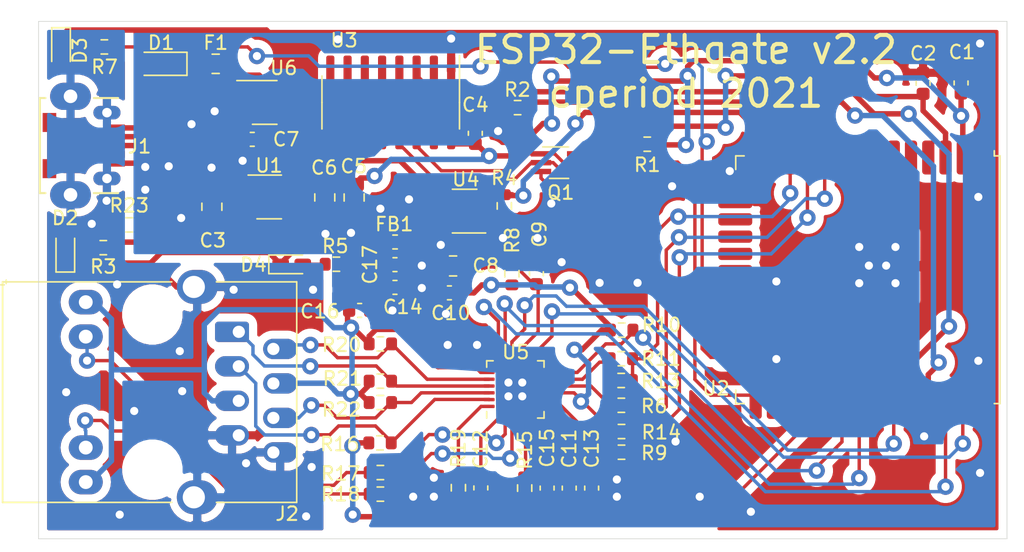
<source format=kicad_pcb>
(kicad_pcb (version 20171130) (host pcbnew 5.1.10-88a1d61d58~90~ubuntu20.04.1)
  (layers (0 F.Cu signal) (31 B.Cu signal) (34 B.Paste user) (35 F.Paste user) (36 B.SilkS user) (37 F.SilkS user) (38 B.Mask user) (39 F.Mask user) (44 Edge.Cuts user))
  (net 0 "")
  (net 1 GND)
  (net 2 +3V3)
  (net 3 +5V)
  (net 4 +3.3VA)
  (net 5 "Net-(D1-Pad2)")
  (net 6 "Net-(D1-Pad1)")
  (net 7 "Net-(D2-Pad2)")
  (net 8 "Net-(D3-Pad2)")
  (net 9 "Net-(J1-Pad2)")
  (net 10 "Net-(J1-Pad3)")
  (net 11 /EN)
  (net 12 RTS)
  (net 13 DTR)
  (net 14 /IO0)
  (net 15 "Net-(R2-Pad2)")
  (net 16 /eTX)
  (net 17 "Net-(R9-Pad1)")
  (net 18 /LINKLED)
  (net 19 /ACTLED)
  (net 20 /eRX)
  (net 21 /RXN)
  (net 22 /RXP)
  (net 23 /TXN)
  (net 24 /TXP)
  (net 25 /nRST)
  (net 26 "Net-(R6-Pad1)")
  (net 27 /SLED)
  (net 28 /RXD1)
  (net 29 /MDIO)
  (net 30 "Net-(R11-Pad2)")
  (net 31 /CRS_DV)
  (net 32 /RXD0)
  (net 33 "Net-(R14-Pad1)")
  (net 34 /TXD0)
  (net 35 /TXEN)
  (net 36 /TXD1)
  (net 37 /MDC)
  (net 38 /XTAL)
  (net 39 /RBIAS)
  (net 40 "Net-(J2-Pad11)")
  (net 41 GND1)
  (net 42 /VDDCR)
  (net 43 "Net-(U3-Pad5)")
  (net 44 "Net-(U3-Pad6)")
  (net 45 /+3V3_LAN)
  (net 46 /PHY_POWER)
  (net 47 /PHY_CLK)
  (net 48 "Net-(D4-Pad2)")
  (net 49 "Net-(J2-Pad10)")
  (module Capacitor_SMD:C_0603_1608Metric (layer F.Cu) (at 93.53012 78.87208)
    (fp_text reference C17 (at -1.83612 0.00762 90) (layer F.SilkS))
    (fp_text value 100n)
    (pad 2 smd roundrect (at 0.775 0) (size 0.9 0.95) (layers F.Cu F.Paste F.Mask) (net 1 GND))
    (pad 1 smd roundrect (at -0.775 0) (size 0.9 0.95) (layers F.Cu F.Paste F.Mask) (net 4 +3.3VA))
  )
  (module Resistor_SMD:R_0603_1608Metric (layer F.Cu) (at 110.173 87.4014)
    (fp_text reference R13 (at 2.9078 0.0508) (layer F.SilkS))
    (fp_text value 1K5)
    (pad 2 smd roundrect (at 0.825 0) (size 0.8 0.95) (layers F.Cu F.Paste F.Mask) (net 31 /CRS_DV))
    (pad 1 smd roundrect (at -0.825 0) (size 0.8 0.95) (layers F.Cu F.Paste F.Mask) (net 45 /+3V3_LAN))
  )
  (module Resistor_SMD:R_0603_1608Metric (layer F.Cu) (at 89.22004 78.8416)
    (fp_text reference R5 (at -0.08128 -1.33096) (layer F.SilkS))
    (fp_text value 1K5)
    (pad 2 smd roundrect (at 0.825 0) (size 0.8 0.95) (layers F.Cu F.Paste F.Mask) (net 45 /+3V3_LAN))
    (pad 1 smd roundrect (at -0.825 0) (size 0.8 0.95) (layers F.Cu F.Paste F.Mask) (net 48 "Net-(D4-Pad2)"))
  )
  (module LED_SMD:LED_0603_1608Metric_Castellated (layer F.Cu) (at 85.93328 78.85176)
    (fp_text reference D4 (at -2.81178 0.02794) (layer F.SilkS))
    (fp_text value RED)
    (pad 1 smd roundrect (at -0.8125 0) (size 1.225 0.85) (layers F.Cu F.Paste F.Mask) (net 1 GND))
    (pad 2 smd roundrect (at 0.8125 0) (size 1.225 0.85) (layers F.Cu F.Paste F.Mask) (net 48 "Net-(D4-Pad2)"))
  )
  (module LED_SMD:LED_0603_1608Metric_Castellated (layer F.Cu) (at 68.961 63.11 270)
    (fp_text reference D3 (at 0 -1.38 90) (layer F.SilkS))
    (fp_text value GREEN)
    (pad 2 smd roundrect (at 0.8125 0 270) (size 1.225 0.85) (layers F.Cu F.Paste F.Mask) (net 8 "Net-(D3-Pad2)"))
    (pad 1 smd roundrect (at -0.8125 0 270) (size 1.225 0.85) (layers F.Cu F.Paste F.Mask) (net 1 GND))
  )
  (module LED_SMD:LED_0603_1608Metric_Castellated (layer F.Cu) (at 69.2785 77.733 90)
    (fp_text reference D2 (at 2.295 -0.0127 180) (layer F.SilkS))
    (fp_text value RED)
    (pad 2 smd roundrect (at 0.8125 0 90) (size 1.225 0.85) (layers F.Cu F.Paste F.Mask) (net 7 "Net-(D2-Pad2)"))
    (pad 1 smd roundrect (at -0.8125 0 90) (size 1.225 0.85) (layers F.Cu F.Paste F.Mask) (net 1 GND))
  )
  (module Package_TO_SOT_SMD:SOT-23-5 (layer F.Cu) (at 98.6536 74.93 180)
    (fp_text reference U4 (at -0.0889 2.3368) (layer F.SilkS))
    (fp_text value HT7233)
    (pad 5 smd rect (at 1.1 -0.95 180) (size 1.06 0.65) (layers F.Cu F.Paste F.Mask) (net 45 /+3V3_LAN))
    (pad 4 smd rect (at 1.1 0.95 180) (size 1.06 0.65) (layers F.Cu F.Paste F.Mask))
    (pad 3 smd rect (at -1.1 0.95 180) (size 1.06 0.65) (layers F.Cu F.Paste F.Mask) (net 46 /PHY_POWER))
    (pad 2 smd rect (at -1.1 0 180) (size 1.06 0.65) (layers F.Cu F.Paste F.Mask) (net 1 GND))
    (pad 1 smd rect (at -1.1 -0.95 180) (size 1.06 0.65) (layers F.Cu F.Paste F.Mask) (net 3 +5V))
  )
  (module Package_TO_SOT_SMD:SOT-23-5 (layer F.Cu) (at 84.2772 73.8886)
    (fp_text reference U1 (at -0.0127 -2.3114) (layer F.SilkS))
    (fp_text value HT7233)
    (pad 5 smd rect (at 1.1 -0.95) (size 1.06 0.65) (layers F.Cu F.Paste F.Mask) (net 2 +3V3))
    (pad 4 smd rect (at 1.1 0.95) (size 1.06 0.65) (layers F.Cu F.Paste F.Mask))
    (pad 3 smd rect (at -1.1 0.95) (size 1.06 0.65) (layers F.Cu F.Paste F.Mask) (net 3 +5V))
    (pad 2 smd rect (at -1.1 0) (size 1.06 0.65) (layers F.Cu F.Paste F.Mask) (net 1 GND))
    (pad 1 smd rect (at -1.1 -0.95) (size 1.06 0.65) (layers F.Cu F.Paste F.Mask) (net 3 +5V))
  )
  (module Resistor_SMD:R_0603_1608Metric (layer F.Cu) (at 101.5746 74.549 270)
    (fp_text reference R4 (at -2.0574 0 180) (layer F.SilkS))
    (fp_text value 10K)
    (pad 2 smd roundrect (at 0.825 0 270) (size 0.8 0.95) (layers F.Cu F.Paste F.Mask) (net 1 GND))
    (pad 1 smd roundrect (at -0.825 0 270) (size 0.8 0.95) (layers F.Cu F.Paste F.Mask) (net 46 /PHY_POWER))
  )
  (module Capacitor_SMD:C_0805_2012Metric (layer F.Cu) (at 97.8068 78.9686 180)
    (fp_text reference C8 (at -2.3962 0.02032 180) (layer F.SilkS))
    (fp_text value 22u)
    (pad 2 smd roundrect (at 0.95 0 180) (size 1 1.45) (layers F.Cu F.Paste F.Mask) (net 1 GND))
    (pad 1 smd roundrect (at -0.95 0 180) (size 1 1.45) (layers F.Cu F.Paste F.Mask) (net 45 /+3V3_LAN))
  )
  (module Package_TO_SOT_SMD:SOT-23-6_Handsoldering (layer F.Cu) (at 83.947 66.929)
    (fp_text reference U6 (at 1.397 -2.54) (layer F.SilkS))
    (fp_text value USBLC6-2SC6)
    (pad 5 smd rect (at 1.35 0) (size 1.56 0.65) (layers F.Cu F.Paste F.Mask) (net 3 +5V))
    (pad 6 smd rect (at 1.35 -0.95) (size 1.56 0.65) (layers F.Cu F.Paste F.Mask) (net 44 "Net-(U3-Pad6)"))
    (pad 4 smd rect (at 1.35 0.95) (size 1.56 0.65) (layers F.Cu F.Paste F.Mask) (net 43 "Net-(U3-Pad5)"))
    (pad 3 smd rect (at -1.35 0.95) (size 1.56 0.65) (layers F.Cu F.Paste F.Mask) (net 10 "Net-(J1-Pad3)"))
    (pad 2 smd rect (at -1.35 0) (size 1.56 0.65) (layers F.Cu F.Paste F.Mask) (net 1 GND))
    (pad 1 smd rect (at -1.35 -0.95) (size 1.56 0.65) (layers F.Cu F.Paste F.Mask) (net 9 "Net-(J1-Pad2)"))
  )
  (module Capacitor_SMD:C_0603_1608Metric (layer F.Cu) (at 83.0326 69.6468 180)
    (fp_text reference C7 (at -2.4892 0) (layer F.SilkS))
    (fp_text value 100n)
    (pad 2 smd roundrect (at 0.775 0 180) (size 0.9 0.95) (layers F.Cu F.Paste F.Mask) (net 1 GND))
    (pad 1 smd roundrect (at -0.775 0 180) (size 0.9 0.95) (layers F.Cu F.Paste F.Mask) (net 3 +5V))
  )
  (module CPB:RJ45_Hanrun_HR911105A_Oval (layer F.Cu) (at 82.042 83.82 270)
    (fp_text reference J2 (at 13.3985 -3.556) (layer F.SilkS))
    (fp_text value HR911105A)
    (pad "" np_thru_hole circle (at 10.155 6.36 270) (size 3.25 3.25) (drill 3.25) (layers *.Cu *.Mask))
    (pad "" np_thru_hole circle (at -1.275 6.36 270) (size 3.25 3.25) (drill 3.25) (layers *.Cu *.Mask))
    (pad 1 thru_hole roundrect (at 0 0 270) (size 1.5 2.5) (drill 0.9 (offset 0 0.5)) (layers *.Cu *.Mask) (roundrect_rratio 0.167) (net 24 /TXP))
    (pad 2 thru_hole oval (at 1.26 -2.54 270) (size 1.5 2.5) (drill 0.9 (offset 0 -0.5)) (layers *.Cu *.Mask) (net 23 /TXN))
    (pad 3 thru_hole oval (at 2.54 0 270) (size 1.5 2.5) (drill 0.9 (offset 0 0.5)) (layers *.Cu *.Mask) (net 22 /RXP))
    (pad 4 thru_hole oval (at 3.8 -2.54 270) (size 1.5 2.5) (drill 0.9 (offset 0 -0.5)) (layers *.Cu *.Mask) (net 4 +3.3VA))
    (pad 5 thru_hole oval (at 5.08 0 270) (size 1.5 2.5) (drill 0.9 (offset 0 0.5)) (layers *.Cu *.Mask) (net 4 +3.3VA))
    (pad 6 thru_hole oval (at 6.34 -2.54 270) (size 1.5 2.5) (drill 0.9 (offset 0 -0.5)) (layers *.Cu *.Mask) (net 21 /RXN))
    (pad 7 thru_hole oval (at 7.62 0 270) (size 1.5 2.5) (drill 0.9 (offset 0 0.5)) (layers *.Cu *.Mask) (net 41 GND1))
    (pad SH thru_hole oval (at -3.305 3.31 270) (size 2.5 3) (drill 1.63 (offset 0 -0.25)) (layers *.Cu *.Mask) (net 41 GND1))
    (pad 8 thru_hole oval (at 8.88 -2.54 270) (size 1.5 2.5) (drill 0.9 (offset 0 -0.5)) (layers *.Cu *.Mask) (net 41 GND1))
    (pad SH thru_hole oval (at 12.185 3.31 270) (size 2.5 3) (drill 1.63 (offset 0 -0.25)) (layers *.Cu *.Mask) (net 41 GND1))
    (pad 9 thru_hole oval (at -2.185 11.26 270) (size 1.8 2.5) (drill 1.02) (layers *.Cu *.Mask) (net 4 +3.3VA))
    (pad 10 thru_hole oval (at 0.355 11.26 270) (size 1.8 2.5) (drill 1.02) (layers *.Cu *.Mask) (net 49 "Net-(J2-Pad10)"))
    (pad 12 thru_hole oval (at 11.065 11.26 270) (size 1.8 2.5) (drill 1.02) (layers *.Cu *.Mask) (net 4 +3.3VA))
    (pad 11 thru_hole oval (at 8.525 11.26 270) (size 1.8 2.5) (drill 1.02) (layers *.Cu *.Mask) (net 40 "Net-(J2-Pad11)"))
  )
  (module Fuse:Fuse_0805_2012Metric_Pad1.15x1.40mm_HandSolder (layer F.Cu) (at 80.3402 64.0842 180)
    (fp_text reference F1 (at 0 1.5494) (layer F.SilkS))
    (fp_text value 750mA)
    (pad 1 smd roundrect (at -1.025 0 180) (size 1.15 1.4) (layers F.Cu F.Paste F.Mask) (roundrect_rratio 0.2173904347826087) (net 3 +5V))
    (pad 2 smd roundrect (at 1.025 0 180) (size 1.15 1.4) (layers F.Cu F.Paste F.Mask) (roundrect_rratio 0.2173904347826087) (net 6 "Net-(D1-Pad1)"))
  )
  (module Package_DFN_QFN:QFN-24-1EP_4x4mm_P0.5mm_EP2.6x2.6mm (layer F.Cu) (at 102.3874 88.0618 90)
    (fp_text reference U5 (at 2.7432 0.0254) (layer F.SilkS))
    (fp_text value LAN8720A)
    (pad 1 smd roundrect (at -1.9375 -1.25 90) (size 0.825 0.25) (layers F.Cu F.Paste F.Mask) (net 4 +3.3VA))
    (pad 2 smd roundrect (at -1.9375 -0.75 90) (size 0.825 0.25) (layers F.Cu F.Paste F.Mask) (net 18 /LINKLED))
    (pad 3 smd roundrect (at -1.9375 -0.25 90) (size 0.825 0.25) (layers F.Cu F.Paste F.Mask) (net 19 /ACTLED))
    (pad 4 smd roundrect (at -1.9375 0.25 90) (size 0.825 0.25) (layers F.Cu F.Paste F.Mask))
    (pad 5 smd roundrect (at -1.9375 0.75 90) (size 0.825 0.25) (layers F.Cu F.Paste F.Mask) (net 38 /XTAL))
    (pad 6 smd roundrect (at -1.9375 1.25 90) (size 0.825 0.25) (layers F.Cu F.Paste F.Mask) (net 42 /VDDCR))
    (pad 7 smd roundrect (at -1.25 1.9375 90) (size 0.25 0.825) (layers F.Cu F.Paste F.Mask) (net 17 "Net-(R9-Pad1)"))
    (pad 8 smd roundrect (at -0.75 1.9375 90) (size 0.25 0.825) (layers F.Cu F.Paste F.Mask) (net 33 "Net-(R14-Pad1)"))
    (pad 9 smd roundrect (at -0.25 1.9375 90) (size 0.25 0.825) (layers F.Cu F.Paste F.Mask) (net 45 /+3V3_LAN))
    (pad 10 smd roundrect (at 0.25 1.9375 90) (size 0.25 0.825) (layers F.Cu F.Paste F.Mask) (net 26 "Net-(R6-Pad1)"))
    (pad 11 smd roundrect (at 0.75 1.9375 90) (size 0.25 0.825) (layers F.Cu F.Paste F.Mask) (net 30 "Net-(R11-Pad2)"))
    (pad 12 smd roundrect (at 1.25 1.9375 90) (size 0.25 0.825) (layers F.Cu F.Paste F.Mask) (net 29 /MDIO))
    (pad 13 smd roundrect (at 1.9375 1.25 90) (size 0.825 0.25) (layers F.Cu F.Paste F.Mask) (net 37 /MDC))
    (pad 14 smd roundrect (at 1.9375 0.75 90) (size 0.825 0.25) (layers F.Cu F.Paste F.Mask))
    (pad 15 smd roundrect (at 1.9375 0.25 90) (size 0.825 0.25) (layers F.Cu F.Paste F.Mask) (net 25 /nRST))
    (pad 16 smd roundrect (at 1.9375 -0.25 90) (size 0.825 0.25) (layers F.Cu F.Paste F.Mask) (net 35 /TXEN))
    (pad 17 smd roundrect (at 1.9375 -0.75 90) (size 0.825 0.25) (layers F.Cu F.Paste F.Mask) (net 34 /TXD0))
    (pad 18 smd roundrect (at 1.9375 -1.25 90) (size 0.825 0.25) (layers F.Cu F.Paste F.Mask) (net 36 /TXD1))
    (pad 19 smd roundrect (at 1.25 -1.9375 90) (size 0.25 0.825) (layers F.Cu F.Paste F.Mask) (net 4 +3.3VA))
    (pad 20 smd roundrect (at 0.75 -1.9375 90) (size 0.25 0.825) (layers F.Cu F.Paste F.Mask) (net 23 /TXN))
    (pad 21 smd roundrect (at 0.25 -1.9375 90) (size 0.25 0.825) (layers F.Cu F.Paste F.Mask) (net 24 /TXP))
    (pad 22 smd roundrect (at -0.25 -1.9375 90) (size 0.25 0.825) (layers F.Cu F.Paste F.Mask) (net 21 /RXN))
    (pad 23 smd roundrect (at -0.75 -1.9375 90) (size 0.25 0.825) (layers F.Cu F.Paste F.Mask) (net 22 /RXP))
    (pad 24 smd roundrect (at -1.25 -1.9375 90) (size 0.25 0.825) (layers F.Cu F.Paste F.Mask) (net 39 /RBIAS))
    (pad 25 smd rect (at 0 0 90) (size 2.6 2.6) (layers F.Cu F.Mask) (net 1 GND))
  )
  (module Resistor_SMD:R_0603_1608Metric (layer F.Cu) (at 73.978 75.946)
    (fp_text reference R23 (at 0 -1.43) (layer F.SilkS))
    (fp_text value 0R)
    (pad 1 smd roundrect (at -0.825 0) (size 0.8 0.95) (layers F.Cu F.Paste F.Mask) (net 41 GND1))
    (pad 2 smd roundrect (at 0.825 0) (size 0.8 0.95) (layers F.Cu F.Paste F.Mask) (net 1 GND))
  )
  (module Resistor_SMD:R_0603_1608Metric (layer F.Cu) (at 92.456 89.027 180)
    (fp_text reference R22 (at 2.8575 -0.5207 180) (layer F.SilkS))
    (fp_text value 49R9)
    (pad 1 smd roundrect (at -0.825 0 180) (size 0.8 0.95) (layers F.Cu F.Paste F.Mask) (net 21 /RXN))
    (pad 2 smd roundrect (at 0.825 0 180) (size 0.8 0.95) (layers F.Cu F.Paste F.Mask) (net 4 +3.3VA))
  )
  (module Resistor_SMD:R_0603_1608Metric (layer F.Cu) (at 92.456 87.4522 180)
    (fp_text reference R21 (at 2.794 0.1905 180) (layer F.SilkS))
    (fp_text value 49R9)
    (pad 1 smd roundrect (at -0.825 0 180) (size 0.8 0.95) (layers F.Cu F.Paste F.Mask) (net 24 /TXP))
    (pad 2 smd roundrect (at 0.825 0 180) (size 0.8 0.95) (layers F.Cu F.Paste F.Mask) (net 4 +3.3VA))
  )
  (module Resistor_SMD:R_0603_1608Metric (layer F.Cu) (at 92.456 84.709 180)
    (fp_text reference R20 (at 2.8575 -0.07112 180) (layer F.SilkS))
    (fp_text value 49R9)
    (pad 1 smd roundrect (at -0.825 0 180) (size 0.8 0.95) (layers F.Cu F.Paste F.Mask) (net 23 /TXN))
    (pad 2 smd roundrect (at 0.825 0 180) (size 0.8 0.95) (layers F.Cu F.Paste F.Mask) (net 4 +3.3VA))
  )
  (module Resistor_SMD:R_0603_1608Metric (layer F.Cu) (at 98.1964 95.3008 90)
    (fp_text reference R19 (at 2.921 0 90) (layer F.SilkS))
    (fp_text value 12K1)
    (pad 1 smd roundrect (at -0.825 0 90) (size 0.8 0.95) (layers F.Cu F.Paste F.Mask) (net 1 GND))
    (pad 2 smd roundrect (at 0.825 0 90) (size 0.8 0.95) (layers F.Cu F.Paste F.Mask) (net 39 /RBIAS))
  )
  (module Resistor_SMD:R_0603_1608Metric (layer F.Cu) (at 92.4306 91.9988 180)
    (fp_text reference R16 (at 2.9591 -0.0889 180) (layer F.SilkS))
    (fp_text value 49R9)
    (pad 1 smd roundrect (at -0.825 0 180) (size 0.8 0.95) (layers F.Cu F.Paste F.Mask) (net 22 /RXP))
    (pad 2 smd roundrect (at 0.825 0 180) (size 0.8 0.95) (layers F.Cu F.Paste F.Mask) (net 4 +3.3VA))
  )
  (module Resistor_SMD:R_0603_1608Metric (layer F.Cu) (at 103.0732 95.3262 270)
    (fp_text reference R15 (at -2.79908 -0.02032 90) (layer F.SilkS))
    (fp_text value 33R)
    (pad 1 smd roundrect (at -0.825 0 270) (size 0.8 0.95) (layers F.Cu F.Paste F.Mask) (net 38 /XTAL))
    (pad 2 smd roundrect (at 0.825 0 270) (size 0.8 0.95) (layers F.Cu F.Paste F.Mask) (net 47 /PHY_CLK))
  )
  (module Resistor_SMD:R_0603_1608Metric (layer F.Cu) (at 110.1974 91.1606)
    (fp_text reference R14 (at 2.9215 0.0635) (layer F.SilkS))
    (fp_text value 10R)
    (pad 1 smd roundrect (at -0.825 0) (size 0.8 0.95) (layers F.Cu F.Paste F.Mask) (net 33 "Net-(R14-Pad1)"))
    (pad 2 smd roundrect (at 0.825 0) (size 0.8 0.95) (layers F.Cu F.Paste F.Mask) (net 32 /RXD0))
  )
  (module Resistor_SMD:R_0603_1608Metric (layer F.Cu) (at 110.1852 85.8012 180)
    (fp_text reference R11 (at -2.9215 0) (layer F.SilkS))
    (fp_text value 10R)
    (pad 1 smd roundrect (at -0.825 0 180) (size 0.8 0.95) (layers F.Cu F.Paste F.Mask) (net 31 /CRS_DV))
    (pad 2 smd roundrect (at 0.825 0 180) (size 0.8 0.95) (layers F.Cu F.Paste F.Mask) (net 30 "Net-(R11-Pad2)"))
  )
  (module Resistor_SMD:R_0603_1608Metric (layer F.Cu) (at 110.2106 83.693)
    (fp_text reference R10 (at 2.921 -0.381) (layer F.SilkS))
    (fp_text value 1K5)
    (pad 1 smd roundrect (at -0.825 0) (size 0.8 0.95) (layers F.Cu F.Paste F.Mask) (net 45 /+3V3_LAN))
    (pad 2 smd roundrect (at 0.825 0) (size 0.8 0.95) (layers F.Cu F.Paste F.Mask) (net 29 /MDIO))
  )
  (module Resistor_SMD:R_0603_1608Metric (layer F.Cu) (at 110.1974 92.6846)
    (fp_text reference R9 (at 2.4135 0.0635) (layer F.SilkS))
    (fp_text value 10R)
    (pad 1 smd roundrect (at -0.825 0) (size 0.8 0.95) (layers F.Cu F.Paste F.Mask) (net 17 "Net-(R9-Pad1)"))
    (pad 2 smd roundrect (at 0.825 0) (size 0.8 0.95) (layers F.Cu F.Paste F.Mask) (net 28 /RXD1))
  )
  (module Resistor_SMD:R_0603_1608Metric (layer F.Cu) (at 102.1334 79.5396 90)
    (fp_text reference R8 (at 2.45568 0.02032 270) (layer F.SilkS))
    (fp_text value 10K)
    (pad 1 smd roundrect (at -0.825 0 90) (size 0.8 0.95) (layers F.Cu F.Paste F.Mask) (net 45 /+3V3_LAN))
    (pad 2 smd roundrect (at 0.825 0 90) (size 0.8 0.95) (layers F.Cu F.Paste F.Mask) (net 25 /nRST))
  )
  (module Resistor_SMD:R_0603_1608Metric (layer F.Cu) (at 110.1852 89.2302)
    (fp_text reference R6 (at 2.4135 0.0635) (layer F.SilkS))
    (fp_text value 10R)
    (pad 1 smd roundrect (at -0.825 0) (size 0.8 0.95) (layers F.Cu F.Paste F.Mask) (net 26 "Net-(R6-Pad1)"))
    (pad 2 smd roundrect (at 0.825 0) (size 0.8 0.95) (layers F.Cu F.Paste F.Mask) (net 45 /+3V3_LAN))
  )
  (module Inductor_SMD:L_0603_1608Metric (layer F.Cu) (at 93.53804 77.20584 180)
    (fp_text reference FB1 (at 0.06604 1.31064 180) (layer F.SilkS))
    (fp_text value 30R)
    (pad 1 smd roundrect (at -0.7875 0 180) (size 0.875 0.95) (layers F.Cu F.Paste F.Mask) (net 45 /+3V3_LAN))
    (pad 2 smd roundrect (at 0.7875 0 180) (size 0.875 0.95) (layers F.Cu F.Paste F.Mask) (net 4 +3.3VA))
  )
  (module Capacitor_SMD:C_0603_1608Metric (layer F.Cu) (at 90.932 82.2452)
    (fp_text reference C16 (at -2.921 0.0635) (layer F.SilkS))
    (fp_text value 22n)
    (pad 1 smd roundrect (at -0.775 0) (size 0.9 0.95) (layers F.Cu F.Paste F.Mask) (net 4 +3.3VA))
    (pad 2 smd roundrect (at 0.775 0) (size 0.9 0.95) (layers F.Cu F.Paste F.Mask) (net 1 GND))
  )
  (module Capacitor_SMD:C_0603_1608Metric (layer F.Cu) (at 104.7242 95.3262 270)
    (fp_text reference C15 (at -2.959 0 270) (layer F.SilkS))
    (fp_text value 10n)
    (pad 1 smd roundrect (at -0.775 0 270) (size 0.9 0.95) (layers F.Cu F.Paste F.Mask) (net 42 /VDDCR))
    (pad 2 smd roundrect (at 0.775 0 270) (size 0.9 0.95) (layers F.Cu F.Paste F.Mask) (net 1 GND))
  )
  (module Capacitor_SMD:C_0603_1608Metric (layer F.Cu) (at 93.53072 80.54848)
    (fp_text reference C14 (at 0.57628 1.44272 180) (layer F.SilkS))
    (fp_text value 22n)
    (pad 1 smd roundrect (at -0.775 0) (size 0.9 0.95) (layers F.Cu F.Paste F.Mask) (net 4 +3.3VA))
    (pad 2 smd roundrect (at 0.775 0) (size 0.9 0.95) (layers F.Cu F.Paste F.Mask) (net 1 GND))
  )
  (module Capacitor_SMD:C_0603_1608Metric (layer F.Cu) (at 108.0008 95.3262 270)
    (fp_text reference C13 (at -2.908 0 270) (layer F.SilkS))
    (fp_text value 470p)
    (pad 1 smd roundrect (at -0.775 0 270) (size 0.9 0.95) (layers F.Cu F.Paste F.Mask) (net 42 /VDDCR))
    (pad 2 smd roundrect (at 0.775 0 270) (size 0.9 0.95) (layers F.Cu F.Paste F.Mask) (net 1 GND))
  )
  (module Capacitor_SMD:C_0603_1608Metric (layer F.Cu) (at 99.8474 95.3138 270)
    (fp_text reference C12 (at -2.8451 0.0254 90) (layer F.SilkS))
    (fp_text value 10n)
    (pad 1 smd roundrect (at -0.775 0 270) (size 0.9 0.95) (layers F.Cu F.Paste F.Mask) (net 4 +3.3VA))
    (pad 2 smd roundrect (at 0.775 0 270) (size 0.9 0.95) (layers F.Cu F.Paste F.Mask) (net 1 GND))
  )
  (module Capacitor_SMD:C_0603_1608Metric (layer F.Cu) (at 106.3498 95.3262 270)
    (fp_text reference C11 (at -2.908 0 90) (layer F.SilkS))
    (fp_text value 1u1R)
    (pad 1 smd roundrect (at -0.775 0 270) (size 0.9 0.95) (layers F.Cu F.Paste F.Mask) (net 42 /VDDCR))
    (pad 2 smd roundrect (at 0.775 0 270) (size 0.9 0.95) (layers F.Cu F.Paste F.Mask) (net 1 GND))
  )
  (module Capacitor_SMD:C_0603_1608Metric (layer F.Cu) (at 97.536 80.9498 180)
    (fp_text reference C10 (at -0.1013 -1.4859 180) (layer F.SilkS))
    (fp_text value 100n)
    (pad 1 smd roundrect (at -0.775 0 180) (size 0.9 0.95) (layers F.Cu F.Paste F.Mask) (net 45 /+3V3_LAN))
    (pad 2 smd roundrect (at 0.775 0 180) (size 0.9 0.95) (layers F.Cu F.Paste F.Mask) (net 1 GND))
  )
  (module Capacitor_SMD:C_0603_1608Metric (layer F.Cu) (at 103.9368 79.5404 270)
    (fp_text reference C9 (at -2.90352 -0.22352 270) (layer F.SilkS))
    (fp_text value 100n)
    (pad 1 smd roundrect (at -0.775 0 270) (size 0.9 0.95) (layers F.Cu F.Paste F.Mask) (net 1 GND))
    (pad 2 smd roundrect (at 0.775 0 270) (size 0.9 0.95) (layers F.Cu F.Paste F.Mask) (net 25 /nRST))
  )
  (module Resistor_SMD:R_0603_1608Metric (layer F.Cu) (at 92.4565 95.7707 180)
    (fp_text reference R18 (at 2.921 -0.0127) (layer F.SilkS))
    (fp_text value 1K5)
    (pad 1 smd roundrect (at -0.825 0 180) (size 0.8 0.95) (layers F.Cu F.Paste F.Mask) (net 19 /ACTLED))
    (pad 2 smd roundrect (at 0.825 0 180) (size 0.8 0.95) (layers F.Cu F.Paste F.Mask) (net 40 "Net-(J2-Pad11)"))
  )
  (module Resistor_SMD:R_0603_1608Metric (layer F.Cu) (at 92.456 94.1832 180)
    (fp_text reference R17 (at 2.921 -0.0762) (layer F.SilkS))
    (fp_text value 1K5)
    (pad 1 smd roundrect (at -0.825 0 180) (size 0.8 0.95) (layers F.Cu F.Paste F.Mask) (net 18 /LINKLED))
    (pad 2 smd roundrect (at 0.825 0 180) (size 0.8 0.95) (layers F.Cu F.Paste F.Mask) (net 49 "Net-(J2-Pad10)"))
  )
  (module Resistor_SMD:R_0603_1608Metric (layer F.Cu) (at 72.1492 62.8396)
    (fp_text reference R7 (at 0.0122 1.4732 180) (layer F.SilkS))
    (fp_text value 1K5)
    (pad 1 smd roundrect (at -0.825 0) (size 0.8 0.95) (layers F.Cu F.Paste F.Mask) (net 8 "Net-(D3-Pad2)"))
    (pad 2 smd roundrect (at 0.825 0) (size 0.8 0.95) (layers F.Cu F.Paste F.Mask) (net 27 /SLED))
  )
  (module Resistor_SMD:R_0603_1608Metric (layer F.Cu) (at 72.072 77.6224)
    (fp_text reference R3 (at 0 1.397) (layer F.SilkS))
    (fp_text value 1K5)
    (pad 2 smd roundrect (at 0.825 0) (size 0.8 0.95) (layers F.Cu F.Paste F.Mask) (net 2 +3V3))
    (pad 1 smd roundrect (at -0.825 0) (size 0.8 0.95) (layers F.Cu F.Paste F.Mask) (net 7 "Net-(D2-Pad2)"))
  )
  (module Resistor_SMD:R_0603_1608Metric (layer F.Cu) (at 102.553 67.31 180)
    (fp_text reference R2 (at 0.0132 1.3208) (layer F.SilkS))
    (fp_text value 470R)
    (pad 1 smd roundrect (at -0.825 0 180) (size 0.8 0.95) (layers F.Cu F.Paste F.Mask) (net 16 /eTX))
    (pad 2 smd roundrect (at 0.825 0 180) (size 0.8 0.95) (layers F.Cu F.Paste F.Mask) (net 15 "Net-(R2-Pad2)"))
  )
  (module Resistor_SMD:R_0603_1608Metric (layer F.Cu) (at 112.0902 70.0024)
    (fp_text reference R1 (at -0.0005 1.524) (layer F.SilkS))
    (fp_text value 10K)
    (pad 1 smd roundrect (at -0.825 0) (size 0.8 0.95) (layers F.Cu F.Paste F.Mask) (net 11 /EN))
    (pad 2 smd roundrect (at 0.825 0) (size 0.8 0.95) (layers F.Cu F.Paste F.Mask) (net 2 +3V3))
  )
  (module Capacitor_SMD:C_0805_2012Metric (layer F.Cu) (at 88.3666 73.9242 270)
    (fp_text reference C6 (at -2.1946 0.0381 180) (layer F.SilkS))
    (fp_text value 22u)
    (pad 1 smd roundrect (at -0.95 0 270) (size 1 1.45) (layers F.Cu F.Paste F.Mask) (net 2 +3V3))
    (pad 2 smd roundrect (at 0.95 0 270) (size 1 1.45) (layers F.Cu F.Paste F.Mask) (net 1 GND))
  )
  (module Capacitor_SMD:C_0805_2012Metric (layer F.Cu) (at 90.5256 73.9292 270)
    (fp_text reference C5 (at -2.3012 0.0254 180) (layer F.SilkS))
    (fp_text value 22u)
    (pad 1 smd roundrect (at -0.95 0 270) (size 1 1.45) (layers F.Cu F.Paste F.Mask) (net 2 +3V3))
    (pad 2 smd roundrect (at 0.95 0 270) (size 1 1.45) (layers F.Cu F.Paste F.Mask) (net 1 GND))
  )
  (module Capacitor_SMD:C_0603_1608Metric (layer F.Cu) (at 99.441 69.202 90)
    (fp_text reference C4 (at 2.0952 0 180) (layer F.SilkS))
    (fp_text value 100n)
    (pad 1 smd roundrect (at -0.775 0 90) (size 0.9 0.95) (layers F.Cu F.Paste F.Mask) (net 2 +3V3))
    (pad 2 smd roundrect (at 0.775 0 90) (size 0.9 0.95) (layers F.Cu F.Paste F.Mask) (net 1 GND))
  )
  (module Capacitor_SMD:C_0805_2012Metric (layer F.Cu) (at 80.0608 74.61 90)
    (fp_text reference C3 (at -2.479 0.0635 180) (layer F.SilkS))
    (fp_text value 10u)
    (pad 1 smd roundrect (at -0.95 0 90) (size 1 1.45) (layers F.Cu F.Paste F.Mask) (net 3 +5V))
    (pad 2 smd roundrect (at 0.95 0 90) (size 1 1.45) (layers F.Cu F.Paste F.Mask) (net 1 GND))
  )
  (module Capacitor_SMD:C_0603_1608Metric (layer F.Cu) (at 132.3848 65.5196 90)
    (fp_text reference C2 (at 2.1974 0.0127 180) (layer F.SilkS))
    (fp_text value 100n)
    (pad 1 smd roundrect (at -0.775 0 90) (size 0.9 0.95) (layers F.Cu F.Paste F.Mask) (net 11 /EN))
    (pad 2 smd roundrect (at 0.775 0 90) (size 0.9 0.95) (layers F.Cu F.Paste F.Mask) (net 1 GND))
  )
  (module Capacitor_SMD:C_0603_1608Metric (layer F.Cu) (at 135.1788 65.4936 270)
    (fp_text reference C1 (at -2.273 -0.0635 180) (layer F.SilkS))
    (fp_text value 100n)
    (pad 1 smd roundrect (at -0.775 0 270) (size 0.9 0.95) (layers F.Cu F.Paste F.Mask) (net 1 GND))
    (pad 2 smd roundrect (at 0.775 0 270) (size 0.9 0.95) (layers F.Cu F.Paste F.Mask) (net 2 +3V3))
  )
  (module Package_SO:SOIC-16_3.9x9.9mm_P1.27mm (layer F.Cu) (at 93.218 66.929 270)
    (fp_text reference U3 (at -4.572 3.429) (layer F.SilkS))
    (fp_text value CH340C)
    (pad 1 smd roundrect (at -2.475 -4.445 270) (size 1.95 0.6) (layers F.Cu F.Paste F.Mask) (net 1 GND))
    (pad 2 smd roundrect (at -2.475 -3.175 270) (size 1.95 0.6) (layers F.Cu F.Paste F.Mask) (net 20 /eRX))
    (pad 3 smd roundrect (at -2.475 -1.905 270) (size 1.95 0.6) (layers F.Cu F.Paste F.Mask) (net 15 "Net-(R2-Pad2)"))
    (pad 4 smd roundrect (at -2.475 -0.635 270) (size 1.95 0.6) (layers F.Cu F.Paste F.Mask) (net 2 +3V3))
    (pad 5 smd roundrect (at -2.475 0.635 270) (size 1.95 0.6) (layers F.Cu F.Paste F.Mask) (net 43 "Net-(U3-Pad5)"))
    (pad 6 smd roundrect (at -2.475 1.905 270) (size 1.95 0.6) (layers F.Cu F.Paste F.Mask) (net 44 "Net-(U3-Pad6)"))
    (pad 7 smd roundrect (at -2.475 3.175 270) (size 1.95 0.6) (layers F.Cu F.Paste F.Mask))
    (pad 8 smd roundrect (at -2.475 4.445 270) (size 1.95 0.6) (layers F.Cu F.Paste F.Mask))
    (pad 9 smd roundrect (at 2.475 4.445 270) (size 1.95 0.6) (layers F.Cu F.Paste F.Mask))
    (pad 10 smd roundrect (at 2.475 3.175 270) (size 1.95 0.6) (layers F.Cu F.Paste F.Mask))
    (pad 11 smd roundrect (at 2.475 1.905 270) (size 1.95 0.6) (layers F.Cu F.Paste F.Mask))
    (pad 12 smd roundrect (at 2.475 0.635 270) (size 1.95 0.6) (layers F.Cu F.Paste F.Mask))
    (pad 13 smd roundrect (at 2.475 -0.635 270) (size 1.95 0.6) (layers F.Cu F.Paste F.Mask) (net 13 DTR))
    (pad 14 smd roundrect (at 2.475 -1.905 270) (size 1.95 0.6) (layers F.Cu F.Paste F.Mask) (net 12 RTS))
    (pad 15 smd roundrect (at 2.475 -3.175 270) (size 1.95 0.6) (layers F.Cu F.Paste F.Mask))
    (pad 16 smd roundrect (at 2.475 -4.445 270) (size 1.95 0.6) (layers F.Cu F.Paste F.Mask) (net 2 +3V3))
  )
  (module CPB:ESP32-WROOM-32U-HandSoldering (layer F.Cu) (at 128.3208 79.9846 270)
    (fp_text reference U2 (at 8.001 11.176) (layer F.SilkS))
    (fp_text value ESP32-WROOM-32U)
    (pad 38 smd roundrect (at 8.5 -8.255 270) (size 2.5 0.9) (drill (offset 0.5 0)) (layers F.Cu F.Paste F.Mask) (net 1 GND))
    (pad 37 smd roundrect (at 8.5 -6.985 270) (size 2.5 0.9) (drill (offset 0.5 0)) (layers F.Cu F.Paste F.Mask) (net 37 /MDC))
    (pad 36 smd roundrect (at 8.5 -5.715 270) (size 2.5 0.9) (drill (offset 0.5 0)) (layers F.Cu F.Paste F.Mask) (net 36 /TXD1))
    (pad 35 smd roundrect (at 8.5 -4.445 270) (size 2.5 0.9) (drill (offset 0.5 0)) (layers F.Cu F.Paste F.Mask) (net 16 /eTX))
    (pad 34 smd roundrect (at 8.5 -3.175 270) (size 2.5 0.9) (drill (offset 0.5 0)) (layers F.Cu F.Paste F.Mask) (net 20 /eRX))
    (pad 33 smd roundrect (at 8.5 -1.905 270) (size 2.5 0.9) (drill (offset 0.5 0)) (layers F.Cu F.Paste F.Mask) (net 35 /TXEN))
    (pad 32 smd roundrect (at 8.5 -0.635 270) (size 2.5 0.9) (drill (offset 0.5 0)) (layers F.Cu F.Paste F.Mask))
    (pad 31 smd roundrect (at 8.5 0.635 270) (size 2.5 0.9) (drill (offset 0.5 0)) (layers F.Cu F.Paste F.Mask) (net 34 /TXD0))
    (pad 30 smd roundrect (at 8.5 1.905 270) (size 2.5 0.9) (drill (offset 0.5 0)) (layers F.Cu F.Paste F.Mask) (net 29 /MDIO))
    (pad 29 smd roundrect (at 8.5 3.175 270) (size 2.5 0.9) (drill (offset 0.5 0)) (layers F.Cu F.Paste F.Mask))
    (pad 28 smd roundrect (at 8.5 4.445 270) (size 2.5 0.9) (drill (offset 0.5 0)) (layers F.Cu F.Paste F.Mask) (net 47 /PHY_CLK))
    (pad 27 smd roundrect (at 8.5 5.715 270) (size 2.5 0.9) (drill (offset 0.5 0)) (layers F.Cu F.Paste F.Mask))
    (pad 26 smd roundrect (at 8.5 6.985 270) (size 2.5 0.9) (drill (offset 0.5 0)) (layers F.Cu F.Paste F.Mask))
    (pad 25 smd roundrect (at 8.5 8.255 270) (size 2.5 0.9) (drill (offset 0.5 0)) (layers F.Cu F.Paste F.Mask) (net 14 /IO0))
    (pad 24 smd roundrect (at 5.715 9.255) (size 2.5 0.9) (drill (offset -0.5 0)) (layers F.Cu F.Paste F.Mask) (net 27 /SLED))
    (pad 23 smd roundrect (at 4.445 9.255) (size 2.5 0.9) (drill (offset -0.5 0)) (layers F.Cu F.Paste F.Mask))
    (pad 22 smd roundrect (at 3.175 9.255) (size 2.5 0.9) (drill (offset -0.5 0)) (layers F.Cu F.Paste F.Mask))
    (pad 21 smd roundrect (at 1.905 9.255) (size 2.5 0.9) (drill (offset -0.5 0)) (layers F.Cu F.Paste F.Mask))
    (pad 20 smd roundrect (at 0.635 9.255) (size 2.5 0.9) (drill (offset -0.5 0)) (layers F.Cu F.Paste F.Mask))
    (pad 19 smd roundrect (at -0.635 9.255) (size 2.5 0.9) (drill (offset -0.5 0)) (layers F.Cu F.Paste F.Mask))
    (pad 18 smd roundrect (at -1.905 9.255) (size 2.5 0.9) (drill (offset -0.5 0)) (layers F.Cu F.Paste F.Mask))
    (pad 17 smd roundrect (at -3.175 9.255) (size 2.5 0.9) (drill (offset -0.5 0)) (layers F.Cu F.Paste F.Mask))
    (pad 16 smd roundrect (at -4.445 9.255) (size 2.5 0.9) (drill (offset -0.5 0)) (layers F.Cu F.Paste F.Mask))
    (pad 15 smd roundrect (at -5.715 9.255 180) (size 2.5 0.9) (drill (offset 0.5 0)) (layers F.Cu F.Paste F.Mask) (net 1 GND))
    (pad 14 smd roundrect (at -8.5 8.255 270) (size 2.5 0.9) (drill (offset -0.5 0)) (layers F.Cu F.Paste F.Mask) (net 46 /PHY_POWER))
    (pad 13 smd roundrect (at -8.5 6.985 270) (size 2.5 0.9) (drill (offset -0.5 0)) (layers F.Cu F.Paste F.Mask))
    (pad 12 smd roundrect (at -8.5 5.715 270) (size 2.5 0.9) (drill (offset -0.5 0)) (layers F.Cu F.Paste F.Mask) (net 31 /CRS_DV))
    (pad 11 smd roundrect (at -8.5 4.445 270) (size 2.5 0.9) (drill (offset -0.5 0)) (layers F.Cu F.Paste F.Mask) (net 28 /RXD1))
    (pad 10 smd roundrect (at -8.5 3.175 270) (size 2.5 0.9) (drill (offset -0.5 0)) (layers F.Cu F.Paste F.Mask) (net 32 /RXD0))
    (pad 9 smd roundrect (at -8.5 1.905 270) (size 2.5 0.9) (drill (offset -0.5 0)) (layers F.Cu F.Paste F.Mask))
    (pad 8 smd roundrect (at -8.5 0.635 270) (size 2.5 0.9) (drill (offset -0.5 0)) (layers F.Cu F.Paste F.Mask))
    (pad 7 smd roundrect (at -8.5 -0.635 270) (size 2.5 0.9) (drill (offset -0.5 0)) (layers F.Cu F.Paste F.Mask))
    (pad 6 smd roundrect (at -8.5 -1.905 270) (size 2.5 0.9) (drill (offset -0.5 0)) (layers F.Cu F.Paste F.Mask))
    (pad 5 smd roundrect (at -8.5 -3.175 270) (size 2.5 0.9) (drill (offset -0.5 0)) (layers F.Cu F.Paste F.Mask))
    (pad 4 smd roundrect (at -8.5 -4.445 270) (size 2.5 0.9) (drill (offset -0.5 0)) (layers F.Cu F.Paste F.Mask))
    (pad 3 smd roundrect (at -8.5 -5.715 270) (size 2.5 0.9) (drill (offset -0.5 0)) (layers F.Cu F.Paste F.Mask) (net 11 /EN))
    (pad 2 smd roundrect (at -8.5 -6.985 270) (size 2.5 0.9) (drill (offset -0.5 0)) (layers F.Cu F.Paste F.Mask) (net 2 +3V3))
    (pad 1 smd roundrect (at -8.5 -8.255 270) (size 2.5 0.9) (drill (offset -0.5 0)) (layers F.Cu F.Paste F.Mask) (net 1 GND))
    (pad 39 smd rect (at -1 -0.755 270) (size 5 5) (layers F.Cu F.Paste F.Mask) (net 1 GND))
  )
  (module Package_TO_SOT_SMD:SOT-363_SC-70-6_Handsoldering (layer F.Cu) (at 105.604 71.3636)
    (fp_text reference Q1 (at 0.1235 2.2075) (layer F.SilkS))
    (fp_text value UMH3N)
    (pad 1 smd rect (at -1.33 -0.65) (size 1.5 0.4) (layers F.Cu F.Paste F.Mask) (net 12 RTS))
    (pad 2 smd rect (at -1.33 0) (size 1.5 0.4) (layers F.Cu F.Paste F.Mask) (net 13 DTR))
    (pad 3 smd rect (at -1.33 0.65) (size 1.5 0.4) (layers F.Cu F.Paste F.Mask) (net 14 /IO0))
    (pad 4 smd rect (at 1.33 0.65) (size 1.5 0.4) (layers F.Cu F.Paste F.Mask) (net 13 DTR))
    (pad 5 smd rect (at 1.33 0) (size 1.5 0.4) (layers F.Cu F.Paste F.Mask) (net 12 RTS))
    (pad 6 smd rect (at 1.33 -0.65) (size 1.5 0.4) (layers F.Cu F.Paste F.Mask) (net 11 /EN))
  )
  (module CPB:USB_Micro-B_CNC_C10418 (layer F.Cu) (at 73.66 70.104 90)
    (fp_text reference J1 (at -0.0635 1.0795 180) (layer F.SilkS))
    (fp_text value USB_B_Micro)
    (pad 6 smd rect (at -1.7 -5.55 90) (size 1.4 1) (layers F.Cu F.Paste F.Mask) (net 41 GND1))
    (pad 6 smd rect (at 1.7 -5.55 90) (size 1.4 1) (layers F.Cu F.Paste F.Mask) (net 41 GND1))
    (pad 6 thru_hole oval (at -3.625 -4 90) (size 2 3) (drill oval 1) (layers *.Cu *.Mask) (net 41 GND1))
    (pad 3 smd rect (at 0 -0.8 90) (size 0.5 1.6) (layers F.Cu F.Paste F.Mask) (net 10 "Net-(J1-Pad3)"))
    (pad 4 smd rect (at -0.65 -0.8 90) (size 0.5 1.6) (layers F.Cu F.Paste F.Mask))
    (pad 5 smd rect (at -1.3 -0.8 90) (size 0.5 1.6) (layers F.Cu F.Paste F.Mask) (net 1 GND))
    (pad 2 smd rect (at 0.65 -0.8 90) (size 0.5 1.6) (layers F.Cu F.Paste F.Mask) (net 9 "Net-(J1-Pad2)"))
    (pad 1 smd rect (at 1.3 -0.8 90) (size 0.5 1.6) (layers F.Cu F.Paste F.Mask) (net 5 "Net-(D1-Pad2)"))
    (pad 6 thru_hole oval (at -2.425 -1.32 90) (size 1 2) (drill 0.7) (layers *.Cu *.Mask) (net 41 GND1))
    (pad 6 thru_hole oval (at 2.425 -1.32 90) (size 1 2) (drill 0.7) (layers *.Cu *.Mask) (net 41 GND1))
    (pad 6 thru_hole oval (at 3.625 -4 90) (size 2 3) (drill oval 1) (layers *.Cu *.Mask) (net 41 GND1))
  )
  (module Diode_SMD:D_SOD-323_HandSoldering (layer F.Cu) (at 76.327 64.0842 180)
    (fp_text reference D1 (at 0 1.5494) (layer F.SilkS))
    (fp_text value B5817W)
    (pad 1 smd rect (at -1.25 0 180) (size 1 1) (layers F.Cu F.Paste F.Mask) (net 6 "Net-(D1-Pad1)"))
    (pad 2 smd rect (at 1.25 0 180) (size 1 1) (layers F.Cu F.Paste F.Mask) (net 5 "Net-(D1-Pad2)"))
  )
  (gr_text "ESP32-Ethgate v2.2\ncperiod 2021" (at 114.935 64.6557) (layer F.SilkS) (effects (font (size 2 2) (thickness 0.3))))
  (gr_line (start 138.557 60.96) (end 67.31 60.96) (layer Edge.Cuts) (width 0.05))
  (gr_line (start 138.557 99.06) (end 138.557 60.96) (layer Edge.Cuts) (width 0.05))
  (gr_line (start 67.31 99.06) (end 138.557 99.06) (layer Edge.Cuts) (width 0.05))
  (gr_line (start 67.31 60.96) (end 67.31 99.06) (layer Edge.Cuts) (width 0.05))
  (via (at 128.397 78.9432) (size 1.2) (drill 0.6) (layers F.Cu B.Cu) (net 1))
  (via (at 129.667 78.9432) (size 1.2) (drill 0.6) (layers F.Cu B.Cu) (net 1))
  (via (at 127.6858 80.2386) (size 1.2) (drill 0.6) (layers F.Cu B.Cu) (net 1))
  (via (at 130.3528 80.2386) (size 1.2) (drill 0.6) (layers F.Cu B.Cu) (net 1))
  (via (at 130.3528 77.5716) (size 1.2) (drill 0.6) (layers F.Cu B.Cu) (net 1))
  (via (at 127.6858 77.5716) (size 1.2) (drill 0.6) (layers F.Cu B.Cu) (net 1))
  (via (at 101.8794 88.5698) (size 1.2) (drill 0.6) (layers F.Cu B.Cu) (net 1))
  (via (at 102.8954 88.5698) (size 1.2) (drill 0.6) (layers F.Cu B.Cu) (net 1))
  (via (at 102.8954 87.5538) (size 1.2) (drill 0.6) (layers F.Cu B.Cu) (net 1))
  (via (at 101.8794 87.5538) (size 1.2) (drill 0.6) (layers F.Cu B.Cu) (net 1))
  (via (at 136.5758 62.5856) (size 1.2) (drill 0.6) (layers F.Cu B.Cu) (net 1))
  (via (at 97.663 62.23) (size 1.2) (drill 0.6) (layers F.Cu B.Cu) (net 1))
  (segment (start 84.074 61.595) (end 84.963 62.484) (width 0.4) (layer F.Cu) (net 1))
  (segment (start 69.451 61.595) (end 84.074 61.595) (width 0.4) (layer F.Cu) (net 1))
  (segment (start 68.961 62.085) (end 69.451 61.595) (width 0.4) (layer F.Cu) (net 1))
  (segment (start 101.1306 74.93) (end 101.5746 75.374) (width 0.4) (layer F.Cu) (net 1))
  (segment (start 99.7536 74.93) (end 101.1306 74.93) (width 0.4) (layer F.Cu) (net 1))
  (segment (start 80.518 66.929) (end 82.597 66.929) (width 0.4) (layer F.Cu) (net 1))
  (segment (start 79.6925 67.7545) (end 80.518 66.929) (width 0.4) (layer F.Cu) (net 1))
  (via (at 80.264 67.5767) (size 1.2) (drill 0.6) (layers F.Cu B.Cu) (net 1))
  (via (at 118.1608 71.9836) (size 1.2) (drill 0.6) (layers F.Cu B.Cu) (net 1))
  (via (at 121.5898 85.8266) (size 1.2) (drill 0.6) (layers F.Cu B.Cu) (net 1))
  (via (at 136.5758 94.2086) (size 1.2) (drill 0.6) (layers F.Cu B.Cu) (net 1))
  (via (at 136.4488 85.9536) (size 1.2) (drill 0.6) (layers F.Cu B.Cu) (net 1))
  (via (at 136.4488 73.8886) (size 1.2) (drill 0.6) (layers F.Cu B.Cu) (net 1))
  (via (at 121.5898 80.1116) (size 1.2) (drill 0.6) (layers F.Cu B.Cu) (net 1))
  (segment (start 103.6574 78.7278) (end 103.696 78.7278) (width 0.4) (layer F.Cu) (net 1))
  (segment (start 82.0928 73.66) (end 80.0608 73.66) (width 0.4) (layer F.Cu) (net 1))
  (segment (start 82.3214 73.8886) (end 82.0928 73.66) (width 0.4) (layer F.Cu) (net 1))
  (segment (start 83.1772 73.8886) (end 82.3214 73.8886) (width 0.4) (layer F.Cu) (net 1))
  (via (at 119.71528 97.06864) (size 1.2) (drill 0.6) (layers F.Cu B.Cu) (net 1))
  (via (at 89.3318 62.2808) (size 1.2) (drill 0.6) (layers F.Cu B.Cu) (net 1))
  (via (at 82.3214 71.2216) (size 1.2) (drill 0.6) (layers F.Cu B.Cu) (net 1))
  (via (at 80.0354 71.7296) (size 1.2) (drill 0.6) (layers F.Cu B.Cu) (net 1))
  (segment (start 75.1586 75.5904) (end 74.803 75.946) (width 0.4) (layer F.Cu) (net 1))
  (segment (start 75.1586 71.6788) (end 75.1586 73.3552) (width 0.4) (layer F.Cu) (net 1))
  (segment (start 74.8838 71.404) (end 72.86 71.404) (width 0.4) (layer F.Cu) (net 1))
  (segment (start 75.1586 71.6788) (end 74.8838 71.404) (width 0.4) (layer F.Cu) (net 1))
  (via (at 75.1586 71.6788) (size 1.2) (drill 0.6) (layers F.Cu B.Cu) (net 1))
  (via (at 77.8002 75.438) (size 1.2) (drill 0.6) (layers F.Cu B.Cu) (net 1))
  (via (at 76.8858 71.628) (size 1.2) (drill 0.6) (layers F.Cu B.Cu) (net 1))
  (segment (start 75.1586 73.3552) (end 75.1586 75.5904) (width 0.4) (layer F.Cu) (net 1))
  (via (at 75.1586 73.3552) (size 1.2) (drill 0.6) (layers F.Cu B.Cu) (net 1))
  (via (at 88.4174 76.6064) (size 1.2) (drill 0.6) (layers F.Cu B.Cu) (net 1))
  (via (at 94.5642 74.0664) (size 1.2) (drill 0.6) (layers F.Cu B.Cu) (net 1))
  (via (at 78.5622 68.5292) (size 1.2) (drill 0.6) (layers F.Cu B.Cu) (net 1))
  (via (at 101.1174 69.0372) (size 1.2) (drill 0.6) (layers F.Cu B.Cu) (net 1))
  (via (at 97.409 84.7852) (size 1.2) (drill 0.6) (layers F.Cu B.Cu) (net 1))
  (via (at 96.393 95.9612) (size 1.2) (drill 0.6) (layers F.Cu B.Cu) (net 1))
  (via (at 96.393 94.5642) (size 1.2) (drill 0.6) (layers F.Cu B.Cu) (net 1))
  (via (at 94.869 95.9612) (size 1.2) (drill 0.6) (layers F.Cu B.Cu) (net 1))
  (via (at 109.855 95.9612) (size 1.2) (drill 0.6) (layers F.Cu B.Cu) (net 1))
  (via (at 109.855 94.6912) (size 1.2) (drill 0.6) (layers F.Cu B.Cu) (net 1))
  (via (at 115.951 95.9612) (size 1.2) (drill 0.6) (layers F.Cu B.Cu) (net 1))
  (via (at 114.173 91.8972) (size 1.2) (drill 0.6) (layers F.Cu B.Cu) (net 1))
  (via (at 101.473 76.9112) (size 1.2) (drill 0.6) (layers F.Cu B.Cu) (net 1))
  (via (at 105.029 74.3712) (size 1.2) (drill 0.6) (layers F.Cu B.Cu) (net 1))
  (via (at 113.919 73.1012) (size 1.2) (drill 0.6) (layers F.Cu B.Cu) (net 1))
  (via (at 104.013 76.9112) (size 1.2) (drill 0.6) (layers F.Cu B.Cu) (net 1))
  (via (at 105.791 78.6892) (size 1.2) (drill 0.6) (layers F.Cu B.Cu) (net 1))
  (via (at 111.379 80.2132) (size 1.2) (drill 0.6) (layers F.Cu B.Cu) (net 1))
  (via (at 108.585 80.2132) (size 1.2) (drill 0.6) (layers F.Cu B.Cu) (net 1))
  (via (at 97.282 82.4992) (size 1.2) (drill 0.6) (layers F.Cu B.Cu) (net 1))
  (via (at 99.568 84.7852) (size 1.2) (drill 0.6) (layers F.Cu B.Cu) (net 1))
  (via (at 93.345 82.2452) (size 1.2) (drill 0.6) (layers F.Cu B.Cu) (net 1))
  (segment (start 75.547 78.758) (end 69.2785 78.758) (width 0.4) (layer F.Cu) (net 1))
  (segment (start 76.327 77.978) (end 75.547 78.758) (width 0.4) (layer F.Cu) (net 1))
  (segment (start 84.2518 77.978) (end 76.327 77.978) (width 0.4) (layer F.Cu) (net 1))
  (segment (start 85.12078 78.84698) (end 84.2518 77.978) (width 0.4) (layer F.Cu) (net 1))
  (segment (start 85.12078 78.85176) (end 85.12078 78.84698) (width 0.4) (layer F.Cu) (net 1))
  (segment (start 87.2998 76.6064) (end 88.4174 76.6064) (width 0.4) (layer F.Cu) (net 1))
  (segment (start 85.12078 78.78542) (end 87.2998 76.6064) (width 0.4) (layer F.Cu) (net 1))
  (segment (start 85.12078 78.85176) (end 85.12078 78.78542) (width 0.4) (layer F.Cu) (net 1))
  (segment (start 96.8568 80.854) (end 96.761 80.9498) (width 0.4) (layer F.Cu) (net 1))
  (segment (start 96.8568 78.9686) (end 96.8568 80.854) (width 0.4) (layer F.Cu) (net 1))
  (via (at 96.901 77.4192) (size 1.2) (drill 0.6) (layers F.Cu B.Cu) (net 1))
  (via (at 95.504 78.9432) (size 1.2) (drill 0.6) (layers F.Cu B.Cu) (net 1))
  (via (at 95.504 80.5942) (size 1.2) (drill 0.6) (layers F.Cu B.Cu) (net 1))
  (via (at 90.297 76.5302) (size 1.2) (drill 0.6) (layers F.Cu B.Cu) (net 1))
  (via (at 92.456 74.7522) (size 1.2) (drill 0.6) (layers F.Cu B.Cu) (net 1))
  (via (at 132.461 91.5162) (size 1.2) (drill 0.6) (layers F.Cu B.Cu) (net 1))
  (segment (start 97.79 69.977) (end 99.441 69.977) (width 0.4) (layer F.Cu) (net 2))
  (segment (start 97.663 70.104) (end 97.79 69.977) (width 0.4) (layer F.Cu) (net 2))
  (segment (start 97.663 69.404) (end 97.663 70.104) (width 0.4) (layer F.Cu) (net 2))
  (segment (start 90.5206 72.9742) (end 90.5256 72.9792) (width 0.4) (layer F.Cu) (net 2))
  (segment (start 88.3666 72.9742) (end 90.5206 72.9742) (width 0.4) (layer F.Cu) (net 2))
  (via (at 135.1788 67.9196) (size 1.2) (drill 0.6) (layers F.Cu B.Cu) (net 2))
  (segment (start 135.1788 67.9196) (end 135.1788 66.2686) (width 0.4) (layer F.Cu) (net 2))
  (segment (start 135.3058 68.0466) (end 135.3058 71.4846) (width 0.4) (layer F.Cu) (net 2))
  (segment (start 135.1788 67.9196) (end 135.3058 68.0466) (width 0.4) (layer F.Cu) (net 2))
  (segment (start 88.011 72.9742) (end 88.3666 72.9742) (width 0.4) (layer F.Cu) (net 2))
  (via (at 105.029 65.024) (size 1.2) (drill 0.6) (layers F.Cu B.Cu) (net 2))
  (segment (start 90.64744 72.85736) (end 90.5256 72.9792) (width 0.4) (layer F.Cu) (net 2))
  (segment (start 88.331 72.9386) (end 88.3666 72.9742) (width 0.4) (layer F.Cu) (net 2))
  (segment (start 85.3772 72.9386) (end 86.7004 72.9386) (width 0.4) (layer F.Cu) (net 2))
  (segment (start 86.7004 72.9386) (end 88.331 72.9386) (width 0.4) (layer F.Cu) (net 2))
  (segment (start 132.3848 65.1256) (end 135.1788 67.9196) (width 0.4) (layer B.Cu) (net 2))
  (segment (start 129.7178 65.1256) (end 132.3848 65.1256) (width 0.4) (layer B.Cu) (net 2))
  (via (at 129.7178 65.1256) (size 1.2) (drill 0.6) (layers F.Cu B.Cu) (net 2))
  (segment (start 105.029 68.4276) (end 105.029 65.024) (width 0.4) (layer B.Cu) (net 2))
  (segment (start 105.0798 68.4784) (end 105.029 68.4276) (width 0.4) (layer B.Cu) (net 2))
  (via (at 105.0798 68.4784) (size 1.2) (drill 0.6) (layers F.Cu B.Cu) (net 2))
  (via (at 92.0242 72.3392) (size 1.2) (drill 0.6) (layers F.Cu B.Cu) (net 2))
  (segment (start 91.0132 72.4916) (end 90.5256 72.9792) (width 0.4) (layer F.Cu) (net 2))
  (segment (start 91.8718 72.4916) (end 91.0132 72.4916) (width 0.4) (layer F.Cu) (net 2))
  (segment (start 92.0242 72.3392) (end 91.8718 72.4916) (width 0.4) (layer F.Cu) (net 2))
  (segment (start 100.203 71.12) (end 93.2434 71.12) (width 0.4) (layer B.Cu) (net 2))
  (segment (start 100.457 70.866) (end 100.203 71.12) (width 0.4) (layer B.Cu) (net 2))
  (segment (start 93.2434 71.12) (end 92.0242 72.3392) (width 0.4) (layer B.Cu) (net 2))
  (via (at 100.457 70.866) (size 1.2) (drill 0.6) (layers F.Cu B.Cu) (net 2))
  (segment (start 99.5172 69.977) (end 99.441 69.977) (width 0.4) (layer F.Cu) (net 2))
  (segment (start 100.4062 70.866) (end 99.5172 69.977) (width 0.4) (layer F.Cu) (net 2))
  (segment (start 100.457 70.866) (end 100.4062 70.866) (width 0.4) (layer F.Cu) (net 2))
  (segment (start 104.4194 68.4784) (end 105.0798 68.4784) (width 0.4) (layer F.Cu) (net 2))
  (segment (start 102.0318 70.866) (end 104.4194 68.4784) (width 0.4) (layer F.Cu) (net 2))
  (segment (start 100.457 70.866) (end 102.0318 70.866) (width 0.4) (layer F.Cu) (net 2))
  (segment (start 86.7004 75.3008) (end 86.7004 72.9386) (width 0.4) (layer F.Cu) (net 2))
  (segment (start 85.725 76.2762) (end 86.7004 75.3008) (width 0.4) (layer F.Cu) (net 2))
  (segment (start 84.201 76.2762) (end 85.725 76.2762) (width 0.4) (layer F.Cu) (net 2))
  (segment (start 73.3034 77.216) (end 72.897 77.6224) (width 0.4) (layer F.Cu) (net 2))
  (segment (start 80.7212 77.216) (end 73.3034 77.216) (width 0.4) (layer F.Cu) (net 2))
  (segment (start 81.661 76.2762) (end 80.7212 77.216) (width 0.4) (layer F.Cu) (net 2))
  (segment (start 84.201 76.2762) (end 81.661 76.2762) (width 0.4) (layer F.Cu) (net 2))
  (segment (start 112.966 70.0532) (end 112.9152 70.0024) (width 0.4) (layer F.Cu) (net 2))
  (segment (start 114.935 70.0532) (end 112.966 70.0532) (width 0.4) (layer F.Cu) (net 2))
  (via (at 114.935 70.0532) (size 1.2) (drill 0.6) (layers F.Cu B.Cu) (net 2))
  (via (at 115.062 64.9732) (size 1.2) (drill 0.6) (layers F.Cu B.Cu) (net 2))
  (segment (start 115.062 69.9262) (end 114.935 70.0532) (width 0.4) (layer B.Cu) (net 2))
  (segment (start 115.062 64.9732) (end 115.062 69.9262) (width 0.4) (layer B.Cu) (net 2))
  (segment (start 105.3592 65.3542) (end 105.029 65.024) (width 0.4) (layer F.Cu) (net 2))
  (segment (start 114.681 65.3542) (end 105.3592 65.3542) (width 0.4) (layer F.Cu) (net 2))
  (segment (start 115.062 64.9732) (end 114.681 65.3542) (width 0.4) (layer F.Cu) (net 2))
  (segment (start 128.8034 65.1256) (end 129.7178 65.1256) (width 0.4) (layer F.Cu) (net 2))
  (segment (start 127.5334 63.8556) (end 128.8034 65.1256) (width 0.4) (layer F.Cu) (net 2))
  (segment (start 115.4938 63.8556) (end 127.5334 63.8556) (width 0.4) (layer F.Cu) (net 2))
  (segment (start 115.062 64.2874) (end 115.4938 63.8556) (width 0.4) (layer F.Cu) (net 2))
  (segment (start 115.062 64.9732) (end 115.062 64.2874) (width 0.4) (layer F.Cu) (net 2))
  (segment (start 97.663 68.58) (end 97.663 69.404) (width 0.4) (layer F.Cu) (net 2))
  (segment (start 96.2914 67.2084) (end 97.663 68.58) (width 0.4) (layer F.Cu) (net 2))
  (segment (start 95.2246 67.2084) (end 96.2914 67.2084) (width 0.4) (layer F.Cu) (net 2))
  (segment (start 93.853 65.8368) (end 95.2246 67.2084) (width 0.4) (layer F.Cu) (net 2))
  (segment (start 93.853 64.454) (end 93.853 65.8368) (width 0.4) (layer F.Cu) (net 2))
  (segment (start 83.1342 74.8816) (end 83.1772 74.8386) (width 0.4) (layer F.Cu) (net 3))
  (segment (start 99.7536 76.0017) (end 99.7536 75.88) (width 0.4) (layer F.Cu) (net 3))
  (segment (start 82.4558 75.56) (end 83.1772 74.8386) (width 0.4) (layer F.Cu) (net 3))
  (segment (start 80.0608 75.56) (end 82.4558 75.56) (width 0.4) (layer F.Cu) (net 3))
  (segment (start 84.048 66.929) (end 85.297 66.929) (width 0.4) (layer F.Cu) (net 3))
  (segment (start 83.934 67.043) (end 84.048 66.929) (width 0.4) (layer F.Cu) (net 3))
  (segment (start 83.1772 72.9386) (end 83.9876 72.9386) (width 0.4) (layer F.Cu) (net 3))
  (segment (start 83.9876 72.9386) (end 84.3026 73.2536) (width 0.4) (layer F.Cu) (net 3))
  (segment (start 84.3026 73.2536) (end 84.3026 74.5744) (width 0.4) (layer F.Cu) (net 3))
  (segment (start 84.0384 74.8386) (end 83.1772 74.8386) (width 0.4) (layer F.Cu) (net 3))
  (segment (start 84.3026 74.5744) (end 84.0384 74.8386) (width 0.4) (layer F.Cu) (net 3))
  (segment (start 83.934 72.1818) (end 83.1772 72.9386) (width 0.4) (layer F.Cu) (net 3))
  (segment (start 83.934 65.3158) (end 83.934 72.1818) (width 0.4) (layer F.Cu) (net 3))
  (segment (start 83.5406 64.9224) (end 83.934 65.3158) (width 0.4) (layer F.Cu) (net 3))
  (segment (start 82.2034 64.9224) (end 83.5406 64.9224) (width 0.4) (layer F.Cu) (net 3))
  (segment (start 81.3652 64.0842) (end 82.2034 64.9224) (width 0.4) (layer F.Cu) (net 3))
  (segment (start 98.95336 75.88) (end 99.7536 75.88) (width 0.4) (layer F.Cu) (net 3))
  (segment (start 98.69424 75.62088) (end 98.95336 75.88) (width 0.4) (layer F.Cu) (net 3))
  (segment (start 98.69424 75.34148) (end 98.69424 75.62088) (width 0.4) (layer F.Cu) (net 3))
  (segment (start 96.6216 74.91984) (end 98.2726 74.91984) (width 0.4) (layer F.Cu) (net 3))
  (segment (start 96.07296 74.3712) (end 96.6216 74.91984) (width 0.4) (layer F.Cu) (net 3))
  (segment (start 93.9038 71.2216) (end 96.07296 73.39076) (width 0.4) (layer F.Cu) (net 3))
  (segment (start 83.934 71.2216) (end 93.9038 71.2216) (width 0.4) (layer F.Cu) (net 3))
  (segment (start 98.2726 74.91984) (end 98.69424 75.34148) (width 0.4) (layer F.Cu) (net 3))
  (segment (start 96.07296 73.39076) (end 96.07296 74.3712) (width 0.4) (layer F.Cu) (net 3))
  (segment (start 83.934 72.0214) (end 83.934 71.2216) (width 0.4) (layer F.Cu) (net 3))
  (segment (start 100.1014 94.7928) (end 99.8474 94.5388) (width 0.4) (layer F.Cu) (net 4))
  (segment (start 99.8474 91.4908) (end 101.1374 90.2008) (width 0.25) (layer F.Cu) (net 4))
  (segment (start 101.1374 90.2008) (end 101.1374 89.9993) (width 0.25) (layer F.Cu) (net 4))
  (segment (start 99.8474 94.5388) (end 99.8474 91.4908) (width 0.25) (layer F.Cu) (net 4))
  (via (at 90.424 97.282) (size 1.2) (drill 0.6) (layers F.Cu B.Cu) (net 4))
  (segment (start 90.996 88.392) (end 91.631 89.027) (width 0.4) (layer F.Cu) (net 4))
  (segment (start 91.631 87.7438) (end 91.631 87.4522) (width 0.4) (layer F.Cu) (net 4))
  (segment (start 90.996 88.3788) (end 91.631 87.7438) (width 0.4) (layer F.Cu) (net 4))
  (segment (start 90.996 88.392) (end 90.996 88.3788) (width 0.4) (layer F.Cu) (net 4))
  (segment (start 92.74322 78.88498) (end 92.75572 78.89748) (width 0.4) (layer F.Cu) (net 4))
  (segment (start 92.75572 78.89748) (end 92.75572 80.54848) (width 0.4) (layer F.Cu) (net 4))
  (segment (start 72.6694 93.3196) (end 71.104 94.885) (width 0.4) (layer B.Cu) (net 4))
  (segment (start 71.104 94.885) (end 70.782 94.885) (width 0.4) (layer B.Cu) (net 4))
  (segment (start 90.4494 97.3074) (end 90.424 97.282) (width 0.4) (layer F.Cu) (net 4))
  (segment (start 80.0862 88.9) (end 82.042 88.9) (width 0.4) (layer B.Cu) (net 4))
  (segment (start 79.502 88.3158) (end 80.0862 88.9) (width 0.4) (layer B.Cu) (net 4))
  (segment (start 72.7202 86.614) (end 72.6694 86.6648) (width 0.4) (layer B.Cu) (net 4))
  (segment (start 79.502 86.614) (end 72.7202 86.614) (width 0.4) (layer B.Cu) (net 4))
  (segment (start 72.6694 86.6648) (end 72.6694 93.3196) (width 0.4) (layer B.Cu) (net 4))
  (segment (start 79.502 86.614) (end 79.502 88.3158) (width 0.4) (layer B.Cu) (net 4))
  (segment (start 84.5974 87.6046) (end 84.582 87.62) (width 0.4) (layer B.Cu) (net 4))
  (segment (start 89.0778 88.1126) (end 88.5698 87.6046) (width 0.4) (layer B.Cu) (net 4))
  (segment (start 89.0778 88.138) (end 89.0778 88.1126) (width 0.4) (layer B.Cu) (net 4))
  (segment (start 89.3318 88.392) (end 89.0778 88.138) (width 0.4) (layer B.Cu) (net 4))
  (segment (start 88.5698 87.6046) (end 84.5974 87.6046) (width 0.4) (layer B.Cu) (net 4))
  (segment (start 90.2716 88.392) (end 89.3318 88.392) (width 0.4) (layer B.Cu) (net 4))
  (segment (start 90.2716 88.392) (end 90.996 88.392) (width 0.4) (layer F.Cu) (net 4))
  (via (at 90.2716 88.392) (size 1.2) (drill 0.6) (layers F.Cu B.Cu) (net 4))
  (segment (start 90.6272 91.9988) (end 91.6056 91.9988) (width 0.4) (layer F.Cu) (net 4))
  (segment (start 90.3986 92.2274) (end 90.6272 91.9988) (width 0.4) (layer F.Cu) (net 4))
  (segment (start 90.424 92.2528) (end 90.424 97.282) (width 0.4) (layer B.Cu) (net 4))
  (segment (start 90.3986 92.2274) (end 90.424 92.2528) (width 0.4) (layer B.Cu) (net 4))
  (via (at 90.3986 92.2274) (size 1.2) (drill 0.6) (layers F.Cu B.Cu) (net 4))
  (segment (start 90.424 88.5444) (end 90.2716 88.392) (width 0.4) (layer B.Cu) (net 4))
  (segment (start 90.424 92.202) (end 90.424 88.5444) (width 0.4) (layer B.Cu) (net 4))
  (segment (start 90.3986 92.2274) (end 90.424 92.202) (width 0.4) (layer B.Cu) (net 4))
  (segment (start 72.6694 82.8802) (end 72.6694 86.6648) (width 0.4) (layer B.Cu) (net 4))
  (segment (start 71.4242 81.635) (end 72.6694 82.8802) (width 0.4) (layer B.Cu) (net 4))
  (segment (start 70.782 81.635) (end 71.4242 81.635) (width 0.4) (layer B.Cu) (net 4))
  (segment (start 92.75512 77.21042) (end 92.75054 77.20584) (width 0.4) (layer F.Cu) (net 4))
  (segment (start 92.75512 78.87208) (end 92.75512 77.21042) (width 0.4) (layer F.Cu) (net 4))
  (segment (start 100.0706 86.8118) (end 100.4499 86.8118) (width 0.25) (layer F.Cu) (net 4))
  (segment (start 99.83692 86.8118) (end 100.0706 86.8118) (width 0.25) (layer F.Cu) (net 4))
  (segment (start 99.41052 86.3854) (end 99.83692 86.8118) (width 0.25) (layer F.Cu) (net 4))
  (segment (start 98.70948 86.3854) (end 99.41052 86.3854) (width 0.25) (layer F.Cu) (net 4))
  (segment (start 92.7862 77.17018) (end 92.75054 77.20584) (width 0.4) (layer F.Cu) (net 4))
  (segment (start 96.6978 86.3854) (end 98.70948 86.3854) (width 0.4) (layer F.Cu) (net 4))
  (segment (start 93.9546 83.6422) (end 96.6978 86.3854) (width 0.4) (layer F.Cu) (net 4))
  (segment (start 92.138 83.6422) (end 93.9546 83.6422) (width 0.4) (layer F.Cu) (net 4))
  (segment (start 91.631 84.1492) (end 92.138 83.6422) (width 0.4) (layer F.Cu) (net 4))
  (segment (start 91.631 84.709) (end 91.631 84.1492) (width 0.4) (layer F.Cu) (net 4))
  (segment (start 90.043 82.41) (end 90.157 82.296) (width 0.4) (layer F.Cu) (net 4))
  (segment (start 90.157 82.296) (end 90.157 82.2452) (width 0.4) (layer F.Cu) (net 4))
  (segment (start 90.297 83.5152) (end 90.043 83.2612) (width 0.4) (layer F.Cu) (net 4))
  (segment (start 90.297 83.5152) (end 90.4372 83.5152) (width 0.4) (layer F.Cu) (net 4))
  (segment (start 90.4372 83.5152) (end 91.631 84.709) (width 0.4) (layer F.Cu) (net 4))
  (segment (start 90.297 83.5152) (end 89.027 83.5152) (width 0.4) (layer B.Cu) (net 4))
  (segment (start 89.027 83.5152) (end 87.7062 82.1944) (width 0.4) (layer B.Cu) (net 4))
  (segment (start 79.502 83.2866) (end 79.502 86.614) (width 0.4) (layer B.Cu) (net 4))
  (segment (start 90.297 83.5152) (end 90.3732 83.5914) (width 0.4) (layer B.Cu) (net 4))
  (segment (start 90.043 83.2612) (end 90.043 82.41) (width 0.4) (layer F.Cu) (net 4))
  (segment (start 87.7062 82.1944) (end 80.5942 82.1944) (width 0.4) (layer B.Cu) (net 4))
  (segment (start 80.5942 82.1944) (end 79.502 83.2866) (width 0.4) (layer B.Cu) (net 4))
  (segment (start 90.3732 83.5914) (end 90.3732 88.2904) (width 0.4) (layer B.Cu) (net 4))
  (via (at 90.297 83.5152) (size 1.2) (drill 0.6) (layers F.Cu B.Cu) (net 4))
  (segment (start 90.3732 88.2904) (end 90.2716 88.392) (width 0.4) (layer B.Cu) (net 4))
  (segment (start 90.72372 80.54848) (end 92.75572 80.54848) (width 0.4) (layer F.Cu) (net 4))
  (segment (start 90.157 81.1152) (end 90.72372 80.54848) (width 0.4) (layer F.Cu) (net 4))
  (segment (start 90.157 82.2452) (end 90.157 81.1152) (width 0.4) (layer F.Cu) (net 4))
  (segment (start 90.5764 97.4344) (end 90.424 97.282) (width 0.4) (layer F.Cu) (net 4))
  (segment (start 100.457 97.4344) (end 90.5764 97.4344) (width 0.4) (layer F.Cu) (net 4))
  (segment (start 101.1174 96.774) (end 100.457 97.4344) (width 0.4) (layer F.Cu) (net 4))
  (segment (start 101.1174 95.0976) (end 101.1174 96.774) (width 0.4) (layer F.Cu) (net 4))
  (segment (start 100.5586 94.5388) (end 101.1174 95.0976) (width 0.4) (layer F.Cu) (net 4))
  (segment (start 99.8474 94.5388) (end 100.5586 94.5388) (width 0.4) (layer F.Cu) (net 4))
  (segment (start 75.057 64.1042) (end 75.077 64.0842) (width 0.4) (layer F.Cu) (net 5))
  (segment (start 75.057 68.2752) (end 75.057 64.1042) (width 0.4) (layer F.Cu) (net 5))
  (segment (start 74.5282 68.804) (end 75.057 68.2752) (width 0.4) (layer F.Cu) (net 5))
  (segment (start 72.86 68.804) (end 74.5282 68.804) (width 0.4) (layer F.Cu) (net 5))
  (segment (start 77.577 64.0842) (end 79.493 64.0842) (width 0.4) (layer F.Cu) (net 6))
  (segment (start 69.2785 76.9205) (end 70.0879 76.9205) (width 0.4) (layer F.Cu) (net 7))
  (segment (start 70.7898 77.6224) (end 71.247 77.6224) (width 0.4) (layer F.Cu) (net 7))
  (segment (start 70.0879 76.9205) (end 70.7898 77.6224) (width 0.4) (layer F.Cu) (net 7))
  (segment (start 70.2413 63.9225) (end 71.3242 62.8396) (width 0.4) (layer F.Cu) (net 8))
  (segment (start 68.961 63.9225) (end 70.2413 63.9225) (width 0.4) (layer F.Cu) (net 8))
  (segment (start 82.4852 66.0908) (end 82.597 65.979) (width 0.4) (layer F.Cu) (net 9))
  (segment (start 78.867 66.0908) (end 82.4852 66.0908) (width 0.4) (layer F.Cu) (net 9))
  (segment (start 75.5038 69.454) (end 78.867 66.0908) (width 0.4) (layer F.Cu) (net 9))
  (segment (start 72.86 69.454) (end 75.5038 69.454) (width 0.4) (layer F.Cu) (net 9))
  (segment (start 79.8195 70.104) (end 82.0445 67.879) (width 0.4) (layer F.Cu) (net 10))
  (segment (start 82.0445 67.879) (end 82.597 67.879) (width 0.4) (layer F.Cu) (net 10))
  (segment (start 72.86 70.104) (end 79.8195 70.104) (width 0.4) (layer F.Cu) (net 10))
  (segment (start 134.0358 69.1896) (end 134.0358 71.4846) (width 0.4) (layer F.Cu) (net 11))
  (segment (start 132.3848 67.5386) (end 134.0358 69.1896) (width 0.4) (layer F.Cu) (net 11))
  (segment (start 132.3848 66.2946) (end 132.3848 67.5386) (width 0.4) (layer F.Cu) (net 11))
  (segment (start 107.6452 70.0024) (end 111.2652 70.0024) (width 0.4) (layer F.Cu) (net 11))
  (segment (start 106.934 70.7136) (end 107.6452 70.0024) (width 0.4) (layer F.Cu) (net 11))
  (segment (start 111.2652 69.3542) (end 111.2652 70.0024) (width 0.4) (layer F.Cu) (net 11))
  (segment (start 111.9378 68.6816) (end 111.2652 69.3542) (width 0.4) (layer F.Cu) (net 11))
  (segment (start 117.7544 68.6816) (end 111.9378 68.6816) (width 0.4) (layer F.Cu) (net 11))
  (segment (start 117.856 68.7832) (end 117.7544 68.6816) (width 0.4) (layer F.Cu) (net 11))
  (via (at 117.856 68.7832) (size 1.2) (drill 0.6) (layers F.Cu B.Cu) (net 11))
  (via (at 117.856 64.9732) (size 1.2) (drill 0.6) (layers F.Cu B.Cu) (net 11))
  (segment (start 117.856 64.9732) (end 117.856 68.7832) (width 0.4) (layer B.Cu) (net 11))
  (segment (start 132.1822 66.4972) (end 132.3848 66.2946) (width 0.4) (layer F.Cu) (net 11))
  (segment (start 128.651 66.4972) (end 132.1822 66.4972) (width 0.4) (layer F.Cu) (net 11))
  (segment (start 127.127 64.9732) (end 128.651 66.4972) (width 0.4) (layer F.Cu) (net 11))
  (segment (start 117.856 64.9732) (end 127.127 64.9732) (width 0.4) (layer F.Cu) (net 11))
  (segment (start 104.274 70.7136) (end 105.283 70.7136) (width 0.25) (layer F.Cu) (net 12))
  (segment (start 105.933 71.3636) (end 106.934 71.3636) (width 0.25) (layer F.Cu) (net 12))
  (segment (start 105.283 70.7136) (end 105.933 71.3636) (width 0.25) (layer F.Cu) (net 12))
  (segment (start 103.3526 70.7136) (end 104.274 70.7136) (width 0.25) (layer F.Cu) (net 12))
  (segment (start 102.108 71.9582) (end 103.3526 70.7136) (width 0.25) (layer F.Cu) (net 12))
  (segment (start 96.94164 71.9582) (end 102.108 71.9582) (width 0.25) (layer F.Cu) (net 12))
  (segment (start 95.123 70.13956) (end 96.94164 71.9582) (width 0.25) (layer F.Cu) (net 12))
  (segment (start 95.123 69.404) (end 95.123 70.13956) (width 0.25) (layer F.Cu) (net 12))
  (segment (start 104.274 71.3636) (end 105.171 71.3636) (width 0.25) (layer F.Cu) (net 13))
  (segment (start 105.821 72.0136) (end 106.934 72.0136) (width 0.25) (layer F.Cu) (net 13))
  (segment (start 105.171 71.3636) (end 105.821 72.0136) (width 0.25) (layer F.Cu) (net 13))
  (segment (start 103.5662 71.3636) (end 104.274 71.3636) (width 0.25) (layer F.Cu) (net 13))
  (segment (start 102.3366 72.5932) (end 103.5662 71.3636) (width 0.25) (layer F.Cu) (net 13))
  (segment (start 93.853 70.0024) (end 96.4438 72.5932) (width 0.25) (layer F.Cu) (net 13))
  (segment (start 96.4438 72.5932) (end 102.3366 72.5932) (width 0.25) (layer F.Cu) (net 13))
  (segment (start 93.853 69.404) (end 93.853 70.0024) (width 0.25) (layer F.Cu) (net 13))
  (segment (start 104.274 72.4986) (end 104.274 72.0136) (width 0.25) (layer F.Cu) (net 14))
  (segment (start 104.6734 72.898) (end 104.274 72.4986) (width 0.25) (layer F.Cu) (net 14))
  (segment (start 114.3254 71.3232) (end 109.5502 71.3232) (width 0.25) (layer F.Cu) (net 14))
  (segment (start 115.5954 72.5932) (end 114.3254 71.3232) (width 0.25) (layer F.Cu) (net 14))
  (segment (start 107.9754 72.898) (end 104.6734 72.898) (width 0.25) (layer F.Cu) (net 14))
  (segment (start 115.5954 87.3252) (end 115.5954 72.5932) (width 0.25) (layer F.Cu) (net 14))
  (segment (start 116.7548 88.4846) (end 115.5954 87.3252) (width 0.25) (layer F.Cu) (net 14))
  (segment (start 109.5502 71.3232) (end 107.9754 72.898) (width 0.25) (layer F.Cu) (net 14))
  (segment (start 120.0658 88.4846) (end 116.7548 88.4846) (width 0.25) (layer F.Cu) (net 14))
  (segment (start 95.123 65.024) (end 97.409 67.31) (width 0.4) (layer F.Cu) (net 15))
  (segment (start 97.409 67.31) (end 101.728 67.31) (width 0.4) (layer F.Cu) (net 15))
  (segment (start 95.123 64.454) (end 95.123 65.024) (width 0.4) (layer F.Cu) (net 15))
  (segment (start 132.7658 86.9696) (end 132.7658 88.4846) (width 0.4) (layer F.Cu) (net 16))
  (segment (start 133.2738 86.4616) (end 132.7658 86.9696) (width 0.4) (layer F.Cu) (net 16))
  (segment (start 133.2738 86.3346) (end 133.2738 86.4616) (width 0.4) (layer F.Cu) (net 16))
  (segment (start 133.5278 86.0806) (end 133.2738 86.3346) (width 0.4) (layer F.Cu) (net 16))
  (via (at 133.5278 86.0806) (size 1.2) (drill 0.6) (layers F.Cu B.Cu) (net 16))
  (segment (start 103.505 67.183) (end 103.378 67.31) (width 0.4) (layer F.Cu) (net 16))
  (segment (start 127.381 67.8942) (end 126.3904 66.9036) (width 0.4) (layer F.Cu) (net 16))
  (segment (start 103.7844 66.9036) (end 103.378 67.31) (width 0.4) (layer F.Cu) (net 16))
  (segment (start 126.3904 66.9036) (end 103.7844 66.9036) (width 0.4) (layer F.Cu) (net 16))
  (via (at 127.381 67.8942) (size 1.2) (drill 0.6) (layers F.Cu B.Cu) (net 16))
  (segment (start 133.1468 85.6996) (end 133.5278 86.0806) (width 0.4) (layer B.Cu) (net 16))
  (segment (start 133.1468 71.628) (end 133.1468 85.6996) (width 0.4) (layer B.Cu) (net 16))
  (segment (start 129.413 67.8942) (end 133.1468 71.628) (width 0.4) (layer B.Cu) (net 16))
  (segment (start 127.381 67.8942) (end 129.413 67.8942) (width 0.4) (layer B.Cu) (net 16))
  (segment (start 108.0262 92.6846) (end 109.3724 92.6846) (width 0.25) (layer F.Cu) (net 17))
  (segment (start 104.6534 89.3118) (end 108.0262 92.6846) (width 0.25) (layer F.Cu) (net 17))
  (segment (start 104.3249 89.3118) (end 104.6534 89.3118) (width 0.25) (layer F.Cu) (net 17))
  (segment (start 101.6374 91.3518) (end 101.6374 89.9993) (width 0.25) (layer F.Cu) (net 18))
  (segment (start 100.9904 91.9988) (end 101.6374 91.3518) (width 0.25) (layer F.Cu) (net 18))
  (via (at 100.9904 91.9988) (size 1.2) (drill 0.6) (layers F.Cu B.Cu) (net 18))
  (segment (start 100.9142 91.9988) (end 100.9904 91.9988) (width 0.25) (layer B.Cu) (net 18))
  (segment (start 97.028 91.3892) (end 100.3046 91.3892) (width 0.25) (layer B.Cu) (net 18))
  (segment (start 100.3046 91.3892) (end 100.9142 91.9988) (width 0.25) (layer B.Cu) (net 18))
  (via (at 97.028 91.3892) (size 1.2) (drill 0.6) (layers F.Cu B.Cu) (net 18))
  (segment (start 96.0374 91.3892) (end 93.281 94.1456) (width 0.25) (layer F.Cu) (net 18))
  (segment (start 93.281 94.1456) (end 93.281 94.1832) (width 0.25) (layer F.Cu) (net 18))
  (segment (start 97.028 91.3892) (end 96.0374 91.3892) (width 0.25) (layer F.Cu) (net 18))
  (segment (start 102.1374 93.0108) (end 102.1374 89.9993) (width 0.25) (layer F.Cu) (net 19))
  (segment (start 102.0064 93.1418) (end 102.1374 93.0108) (width 0.25) (layer F.Cu) (net 19))
  (via (at 102.0064 93.1418) (size 1.2) (drill 0.6) (layers F.Cu B.Cu) (net 19))
  (segment (start 100.7364 93.1418) (end 102.0064 93.1418) (width 0.25) (layer B.Cu) (net 19))
  (segment (start 100.3808 92.7862) (end 100.7364 93.1418) (width 0.25) (layer B.Cu) (net 19))
  (segment (start 97.028 92.7862) (end 100.3808 92.7862) (width 0.25) (layer B.Cu) (net 19))
  (via (at 97.028 92.7862) (size 1.2) (drill 0.6) (layers F.Cu B.Cu) (net 19))
  (segment (start 93.2815 95.7072) (end 93.2815 95.7707) (width 0.25) (layer F.Cu) (net 19))
  (segment (start 96.2025 92.7862) (end 93.2815 95.7072) (width 0.25) (layer F.Cu) (net 19))
  (segment (start 97.028 92.7862) (end 96.2025 92.7862) (width 0.25) (layer F.Cu) (net 19))
  (segment (start 131.4958 86.2076) (end 131.4958 88.4846) (width 0.4) (layer F.Cu) (net 20))
  (segment (start 134.2898 83.4136) (end 131.4958 86.2076) (width 0.4) (layer F.Cu) (net 20))
  (via (at 134.2898 83.4136) (size 1.2) (drill 0.6) (layers F.Cu B.Cu) (net 20))
  (via (at 131.318 67.7672) (size 1.2) (drill 0.6) (layers F.Cu B.Cu) (net 20))
  (segment (start 97.2566 66.1416) (end 96.393 65.278) (width 0.4) (layer F.Cu) (net 20))
  (segment (start 96.393 65.278) (end 96.393 64.454) (width 0.4) (layer F.Cu) (net 20))
  (segment (start 127.1524 66.1416) (end 97.2566 66.1416) (width 0.4) (layer F.Cu) (net 20))
  (segment (start 128.778 67.7672) (end 127.1524 66.1416) (width 0.4) (layer F.Cu) (net 20))
  (segment (start 131.318 67.7672) (end 128.778 67.7672) (width 0.4) (layer F.Cu) (net 20))
  (segment (start 134.2898 70.739) (end 134.2898 83.4136) (width 0.4) (layer B.Cu) (net 20))
  (segment (start 131.318 67.7672) (end 134.2898 70.739) (width 0.4) (layer B.Cu) (net 20))
  (via (at 87.376 89.2302) (size 1.2) (drill 0.6) (layers F.Cu B.Cu) (net 21))
  (segment (start 92.1094 90.16) (end 93.281 88.9884) (width 0.25) (layer F.Cu) (net 21))
  (segment (start 89.271 90.16) (end 92.1094 90.16) (width 0.25) (layer F.Cu) (net 21))
  (segment (start 88.3412 89.2302) (end 89.271 90.16) (width 0.25) (layer F.Cu) (net 21))
  (segment (start 93.281 88.9884) (end 93.281 89.027) (width 0.25) (layer F.Cu) (net 21))
  (segment (start 87.376 89.2302) (end 88.3412 89.2302) (width 0.25) (layer F.Cu) (net 21))
  (segment (start 94.742 89.027) (end 93.281 89.027) (width 0.25) (layer F.Cu) (net 21))
  (segment (start 95.4572 88.3118) (end 94.742 89.027) (width 0.25) (layer F.Cu) (net 21))
  (segment (start 100.4499 88.3118) (end 95.4572 88.3118) (width 0.25) (layer F.Cu) (net 21))
  (segment (start 86.4462 90.16) (end 84.582 90.16) (width 0.25) (layer B.Cu) (net 21))
  (segment (start 87.376 89.2302) (end 86.4462 90.16) (width 0.25) (layer B.Cu) (net 21))
  (via (at 87.376 91.4146) (size 1.2) (drill 0.6) (layers F.Cu B.Cu) (net 22))
  (segment (start 83.2866 87.6046) (end 82.042 86.36) (width 0.25) (layer B.Cu) (net 22))
  (segment (start 83.2866 90.7542) (end 83.2866 87.6046) (width 0.25) (layer B.Cu) (net 22))
  (segment (start 83.947 91.4146) (end 83.2866 90.7542) (width 0.25) (layer B.Cu) (net 22))
  (segment (start 87.376 91.4146) (end 83.947 91.4146) (width 0.25) (layer B.Cu) (net 22))
  (segment (start 93.2556 91.9094) (end 93.2556 91.9988) (width 0.25) (layer F.Cu) (net 22))
  (segment (start 92.1004 90.7542) (end 93.2556 91.9094) (width 0.25) (layer F.Cu) (net 22))
  (segment (start 88.7349 91.4019) (end 89.3826 90.7542) (width 0.25) (layer F.Cu) (net 22))
  (segment (start 89.3826 90.7542) (end 92.1004 90.7542) (width 0.25) (layer F.Cu) (net 22))
  (segment (start 87.3887 91.4019) (end 88.7349 91.4019) (width 0.25) (layer F.Cu) (net 22))
  (segment (start 87.376 91.3892) (end 87.3887 91.4019) (width 0.25) (layer F.Cu) (net 22))
  (segment (start 87.376 91.4146) (end 87.376 91.3892) (width 0.25) (layer F.Cu) (net 22))
  (segment (start 100.4365 88.7984) (end 100.4499 88.8118) (width 0.25) (layer F.Cu) (net 22))
  (segment (start 96.456 88.7984) (end 100.4365 88.7984) (width 0.25) (layer F.Cu) (net 22))
  (segment (start 93.2556 91.9988) (end 96.456 88.7984) (width 0.25) (layer F.Cu) (net 22))
  (segment (start 87.3125 84.7852) (end 84.8768 84.7852) (width 0.25) (layer B.Cu) (net 23))
  (segment (start 84.8768 84.7852) (end 84.582 85.08) (width 0.25) (layer B.Cu) (net 23))
  (segment (start 92.265 85.725) (end 93.281 84.709) (width 0.25) (layer F.Cu) (net 23))
  (segment (start 88.3666 84.7852) (end 89.3064 85.725) (width 0.25) (layer F.Cu) (net 23))
  (segment (start 89.3064 85.725) (end 92.265 85.725) (width 0.25) (layer F.Cu) (net 23))
  (segment (start 87.3125 84.7852) (end 88.3666 84.7852) (width 0.25) (layer F.Cu) (net 23))
  (via (at 87.3125 84.7852) (size 1.2) (drill 0.6) (layers F.Cu B.Cu) (net 23))
  (segment (start 95.897 87.3118) (end 100.4499 87.3118) (width 0.25) (layer F.Cu) (net 23))
  (segment (start 93.2942 84.709) (end 95.897 87.3118) (width 0.25) (layer F.Cu) (net 23))
  (segment (start 93.281 84.709) (end 93.2942 84.709) (width 0.25) (layer F.Cu) (net 23))
  (segment (start 83.0834 84.8614) (end 82.042 83.82) (width 0.25) (layer B.Cu) (net 24))
  (segment (start 83.0834 85.4964) (end 83.0834 84.8614) (width 0.25) (layer B.Cu) (net 24))
  (segment (start 83.9216 86.3346) (end 83.0834 85.4964) (width 0.25) (layer B.Cu) (net 24))
  (segment (start 87.2998 86.35492) (end 87.27948 86.3346) (width 0.25) (layer B.Cu) (net 24))
  (segment (start 92.1512 86.3346) (end 93.2688 87.4522) (width 0.25) (layer F.Cu) (net 24))
  (segment (start 87.27948 86.3346) (end 83.9216 86.3346) (width 0.25) (layer B.Cu) (net 24))
  (segment (start 93.2688 87.4522) (end 93.281 87.4522) (width 0.25) (layer F.Cu) (net 24))
  (segment (start 87.32012 86.3346) (end 92.1512 86.3346) (width 0.25) (layer F.Cu) (net 24))
  (segment (start 87.2998 86.35492) (end 87.32012 86.3346) (width 0.25) (layer F.Cu) (net 24))
  (via (at 87.2998 86.35492) (size 1.2) (drill 0.6) (layers F.Cu B.Cu) (net 24))
  (segment (start 93.6406 87.8118) (end 93.281 87.4522) (width 0.25) (layer F.Cu) (net 24))
  (segment (start 100.4499 87.8118) (end 93.6406 87.8118) (width 0.25) (layer F.Cu) (net 24))
  (segment (start 103.7342 80.3154) (end 102.1334 78.7146) (width 0.25) (layer F.Cu) (net 25))
  (segment (start 103.9368 80.3154) (end 103.7342 80.3154) (width 0.25) (layer F.Cu) (net 25))
  (segment (start 104.0638 80.4424) (end 103.9368 80.3154) (width 0.25) (layer F.Cu) (net 25))
  (segment (start 104.0638 83.82) (end 104.0638 80.4424) (width 0.25) (layer F.Cu) (net 25))
  (segment (start 102.6374 85.2464) (end 104.0638 83.82) (width 0.25) (layer F.Cu) (net 25))
  (segment (start 102.6374 86.1243) (end 102.6374 85.2464) (width 0.25) (layer F.Cu) (net 25))
  (segment (start 107.9418 87.8118) (end 109.3602 89.2302) (width 0.25) (layer F.Cu) (net 26))
  (segment (start 104.3249 87.8118) (end 107.9418 87.8118) (width 0.25) (layer F.Cu) (net 26))
  (via (at 99.822 64.262) (size 1.2) (drill 0.6) (layers F.Cu B.Cu) (net 27))
  (via (at 83.3755 63.5127) (size 1.2) (drill 0.6) (layers F.Cu B.Cu) (net 27))
  (segment (start 83.3882 63.5) (end 83.3755 63.5127) (width 0.25) (layer B.Cu) (net 27))
  (segment (start 87.1728 63.5) (end 83.3882 63.5) (width 0.25) (layer B.Cu) (net 27))
  (segment (start 87.9348 64.262) (end 87.1728 63.5) (width 0.25) (layer B.Cu) (net 27))
  (segment (start 99.822 64.262) (end 87.9348 64.262) (width 0.25) (layer B.Cu) (net 27))
  (segment (start 82.7024 62.8396) (end 72.9742 62.8396) (width 0.25) (layer F.Cu) (net 27))
  (segment (start 83.3755 63.5127) (end 82.7024 62.8396) (width 0.25) (layer F.Cu) (net 27))
  (segment (start 116.1288 85.0646) (end 116.7638 85.6996) (width 0.25) (layer F.Cu) (net 27))
  (segment (start 116.7638 85.6996) (end 119.0658 85.6996) (width 0.25) (layer F.Cu) (net 27))
  (segment (start 116.1288 70.1294) (end 116.1288 85.0646) (width 0.25) (layer F.Cu) (net 27))
  (segment (start 116.459 69.7992) (end 116.1288 70.1294) (width 0.25) (layer F.Cu) (net 27))
  (via (at 116.459 69.7992) (size 1.2) (drill 0.6) (layers F.Cu B.Cu) (net 27))
  (via (at 113.411 64.0842) (size 1.2) (drill 0.6) (layers F.Cu B.Cu) (net 27))
  (segment (start 116.1288 69.469) (end 116.459 69.7992) (width 0.25) (layer B.Cu) (net 27))
  (segment (start 115.5954 63.8302) (end 116.1288 64.3636) (width 0.25) (layer B.Cu) (net 27))
  (segment (start 116.1288 64.3636) (end 116.1288 69.469) (width 0.25) (layer B.Cu) (net 27))
  (segment (start 113.665 63.8302) (end 115.5954 63.8302) (width 0.25) (layer B.Cu) (net 27))
  (segment (start 113.411 64.0842) (end 113.665 63.8302) (width 0.25) (layer B.Cu) (net 27))
  (segment (start 100.1268 63.9572) (end 99.822 64.262) (width 0.25) (layer F.Cu) (net 27))
  (segment (start 105.918 63.9572) (end 100.1268 63.9572) (width 0.25) (layer F.Cu) (net 27))
  (segment (start 106.299 64.3382) (end 105.918 63.9572) (width 0.25) (layer F.Cu) (net 27))
  (segment (start 113.157 64.3382) (end 106.299 64.3382) (width 0.25) (layer F.Cu) (net 27))
  (segment (start 113.411 64.0842) (end 113.157 64.3382) (width 0.25) (layer F.Cu) (net 27))
  (segment (start 123.8758 75.4126) (end 123.8758 71.4846) (width 0.25) (layer F.Cu) (net 28))
  (segment (start 114.4778 78.3336) (end 114.7318 78.0796) (width 0.25) (layer B.Cu) (net 28))
  (segment (start 114.7318 78.0796) (end 121.2088 78.0796) (width 0.25) (layer B.Cu) (net 28))
  (segment (start 121.2088 78.0796) (end 123.8758 75.4126) (width 0.25) (layer B.Cu) (net 28))
  (via (at 114.4778 78.3336) (size 1.2) (drill 0.6) (layers F.Cu B.Cu) (net 28))
  (via (at 123.8758 75.4126) (size 1.2) (drill 0.6) (layers F.Cu B.Cu) (net 28))
  (segment (start 114.4524 78.359) (end 114.4524 89.535) (width 0.25) (layer F.Cu) (net 28))
  (segment (start 114.4778 78.3336) (end 114.4524 78.359) (width 0.25) (layer F.Cu) (net 28))
  (segment (start 111.3028 92.6846) (end 114.4524 89.535) (width 0.25) (layer F.Cu) (net 28))
  (segment (start 111.0224 92.6846) (end 111.3028 92.6846) (width 0.25) (layer F.Cu) (net 28))
  (via (at 111.7854 84.2518) (size 1.2) (drill 0.6) (layers F.Cu B.Cu) (net 29))
  (segment (start 126.4158 91.9226) (end 126.4158 88.4846) (width 0.25) (layer F.Cu) (net 29))
  (segment (start 124.55652 93.78188) (end 126.4158 91.9226) (width 0.25) (layer F.Cu) (net 29))
  (segment (start 124.55652 94.04096) (end 124.55652 93.78188) (width 0.25) (layer F.Cu) (net 29))
  (via (at 124.55652 94.04096) (size 1.2) (drill 0.6) (layers F.Cu B.Cu) (net 29))
  (segment (start 111.2266 83.693) (end 111.7854 84.2518) (width 0.25) (layer F.Cu) (net 29))
  (segment (start 111.0356 83.693) (end 111.2266 83.693) (width 0.25) (layer F.Cu) (net 29))
  (segment (start 112.0648 84.5566) (end 112.0648 84.2518) (width 0.25) (layer B.Cu) (net 29))
  (segment (start 121.54916 94.04096) (end 112.0648 84.5566) (width 0.25) (layer B.Cu) (net 29))
  (segment (start 124.55652 94.04096) (end 121.54916 94.04096) (width 0.25) (layer B.Cu) (net 29))
  (segment (start 109.0422 84.709) (end 106.9394 86.8118) (width 0.25) (layer F.Cu) (net 29))
  (segment (start 110.1852 84.709) (end 109.0422 84.709) (width 0.25) (layer F.Cu) (net 29))
  (segment (start 106.9394 86.8118) (end 104.3249 86.8118) (width 0.25) (layer F.Cu) (net 29))
  (segment (start 111.0356 83.8586) (end 110.1852 84.709) (width 0.25) (layer F.Cu) (net 29))
  (segment (start 111.0356 83.693) (end 111.0356 83.8586) (width 0.25) (layer F.Cu) (net 29))
  (segment (start 109.1062 86.0552) (end 109.3602 85.8012) (width 0.25) (layer F.Cu) (net 30))
  (segment (start 108.585 86.0552) (end 109.1062 86.0552) (width 0.25) (layer F.Cu) (net 30))
  (segment (start 107.3284 87.3118) (end 108.585 86.0552) (width 0.25) (layer F.Cu) (net 30))
  (segment (start 104.3249 87.3118) (end 107.3284 87.3118) (width 0.25) (layer F.Cu) (net 30))
  (segment (start 111.0102 87.3892) (end 110.998 87.4014) (width 0.25) (layer F.Cu) (net 31))
  (segment (start 111.0102 85.8012) (end 111.0102 87.3892) (width 0.25) (layer F.Cu) (net 31))
  (segment (start 112.8522 76.4032) (end 112.8522 84.709) (width 0.25) (layer F.Cu) (net 31))
  (segment (start 113.919 75.3364) (end 112.8522 76.4032) (width 0.25) (layer F.Cu) (net 31))
  (segment (start 114.3762 75.3364) (end 113.919 75.3364) (width 0.25) (layer F.Cu) (net 31))
  (via (at 114.3762 75.3364) (size 1.2) (drill 0.6) (layers F.Cu B.Cu) (net 31))
  (segment (start 122.6058 73.6092) (end 122.6058 71.4846) (width 0.25) (layer F.Cu) (net 31))
  (via (at 122.6058 73.6092) (size 1.2) (drill 0.6) (layers F.Cu B.Cu) (net 31))
  (segment (start 121.285 75.3364) (end 114.3762 75.3364) (width 0.25) (layer B.Cu) (net 31))
  (segment (start 122.6058 74.0156) (end 121.285 75.3364) (width 0.25) (layer B.Cu) (net 31))
  (segment (start 122.6058 73.6092) (end 122.6058 74.0156) (width 0.25) (layer B.Cu) (net 31))
  (segment (start 111.76 85.8012) (end 112.8522 84.709) (width 0.25) (layer F.Cu) (net 31))
  (segment (start 111.0102 85.8012) (end 111.76 85.8012) (width 0.25) (layer F.Cu) (net 31))
  (segment (start 125.1458 74.0156) (end 125.1458 71.4846) (width 0.25) (layer F.Cu) (net 32))
  (via (at 125.1458 74.0156) (size 1.2) (drill 0.6) (layers F.Cu B.Cu) (net 32))
  (segment (start 113.4872 77.8002) (end 113.4872 89.3318) (width 0.25) (layer F.Cu) (net 32))
  (segment (start 114.427 76.8604) (end 113.4872 77.8002) (width 0.25) (layer F.Cu) (net 32))
  (via (at 114.427 76.8604) (size 1.2) (drill 0.6) (layers F.Cu B.Cu) (net 32))
  (segment (start 123.7488 74.0156) (end 125.1458 74.0156) (width 0.25) (layer B.Cu) (net 32))
  (segment (start 120.904 76.8604) (end 123.7488 74.0156) (width 0.25) (layer B.Cu) (net 32))
  (segment (start 114.427 76.8604) (end 120.904 76.8604) (width 0.25) (layer B.Cu) (net 32))
  (segment (start 111.6584 91.1606) (end 113.4872 89.3318) (width 0.25) (layer F.Cu) (net 32))
  (segment (start 111.0224 91.1606) (end 111.6584 91.1606) (width 0.25) (layer F.Cu) (net 32))
  (segment (start 107.6452 91.1606) (end 109.3724 91.1606) (width 0.25) (layer F.Cu) (net 33))
  (segment (start 105.2964 88.8118) (end 107.6452 91.1606) (width 0.25) (layer F.Cu) (net 33))
  (segment (start 104.3249 88.8118) (end 105.2964 88.8118) (width 0.25) (layer F.Cu) (net 33))
  (segment (start 127.6858 94.5896) (end 127.6858 88.4846) (width 0.25) (layer F.Cu) (net 34))
  (via (at 127.6858 94.5896) (size 1.2) (drill 0.6) (layers F.Cu B.Cu) (net 34))
  (segment (start 101.6374 81.7746) (end 101.6374 86.1243) (width 0.25) (layer F.Cu) (net 34))
  (segment (start 101.6 81.7372) (end 101.6374 81.7746) (width 0.25) (layer F.Cu) (net 34))
  (via (at 101.6 81.7372) (size 1.2) (drill 0.6) (layers F.Cu B.Cu) (net 34))
  (segment (start 127.23876 95.03664) (end 127.6858 94.5896) (width 0.25) (layer B.Cu) (net 34))
  (segment (start 109.3978 83.3628) (end 121.07164 95.03664) (width 0.25) (layer B.Cu) (net 34))
  (segment (start 103.0986 83.3628) (end 109.3978 83.3628) (width 0.25) (layer B.Cu) (net 34))
  (segment (start 101.6 81.8642) (end 103.0986 83.3628) (width 0.25) (layer B.Cu) (net 34))
  (segment (start 121.07164 95.03664) (end 127.23876 95.03664) (width 0.25) (layer B.Cu) (net 34))
  (segment (start 101.6 81.7372) (end 101.6 81.8642) (width 0.25) (layer B.Cu) (net 34))
  (segment (start 130.2258 92.0496) (end 130.2258 88.4846) (width 0.25) (layer F.Cu) (net 35))
  (via (at 130.2258 92.0496) (size 1.2) (drill 0.6) (layers F.Cu B.Cu) (net 35))
  (segment (start 103.0732 83.6168) (end 102.1374 84.5526) (width 0.25) (layer F.Cu) (net 35))
  (segment (start 103.0732 81.8642) (end 103.0732 83.6168) (width 0.25) (layer F.Cu) (net 35))
  (segment (start 102.1374 84.5526) (end 102.1374 86.1243) (width 0.25) (layer F.Cu) (net 35))
  (via (at 103.0732 81.8642) (size 1.2) (drill 0.6) (layers F.Cu B.Cu) (net 35))
  (segment (start 122.428 92.5322) (end 129.7432 92.5322) (width 0.25) (layer B.Cu) (net 35))
  (segment (start 129.7432 92.5322) (end 130.2258 92.0496) (width 0.25) (layer B.Cu) (net 35))
  (segment (start 106.1466 81.9404) (end 111.8362 81.9404) (width 0.25) (layer B.Cu) (net 35))
  (segment (start 105.3846 81.1784) (end 106.1466 81.9404) (width 0.25) (layer B.Cu) (net 35))
  (segment (start 103.759 81.1784) (end 105.3846 81.1784) (width 0.25) (layer B.Cu) (net 35))
  (segment (start 111.8362 81.9404) (end 122.428 92.5322) (width 0.25) (layer B.Cu) (net 35))
  (segment (start 103.0732 81.8642) (end 103.759 81.1784) (width 0.25) (layer B.Cu) (net 35))
  (segment (start 134.0358 95.2246) (end 134.0358 88.4846) (width 0.25) (layer F.Cu) (net 36))
  (via (at 134.0358 95.2246) (size 1.2) (drill 0.6) (layers F.Cu B.Cu) (net 36))
  (via (at 100.076 81.9912) (size 1.2) (drill 0.6) (layers F.Cu B.Cu) (net 36))
  (segment (start 101.1374 83.0526) (end 101.1374 86.1243) (width 0.25) (layer F.Cu) (net 36))
  (segment (start 100.076 81.9912) (end 101.1374 83.0526) (width 0.25) (layer F.Cu) (net 36))
  (segment (start 133.67004 95.59036) (end 134.0358 95.2246) (width 0.25) (layer B.Cu) (net 36))
  (segment (start 120.78716 95.59036) (end 133.67004 95.59036) (width 0.25) (layer B.Cu) (net 36))
  (segment (start 109.1692 83.9724) (end 120.78716 95.59036) (width 0.25) (layer B.Cu) (net 36))
  (segment (start 102.4382 83.9724) (end 109.1692 83.9724) (width 0.25) (layer B.Cu) (net 36))
  (segment (start 100.457 81.9912) (end 102.4382 83.9724) (width 0.25) (layer B.Cu) (net 36))
  (segment (start 100.076 81.9912) (end 100.457 81.9912) (width 0.25) (layer B.Cu) (net 36))
  (segment (start 135.3058 92.0496) (end 135.3058 88.4846) (width 0.25) (layer F.Cu) (net 37))
  (via (at 135.3058 92.0496) (size 1.2) (drill 0.6) (layers F.Cu B.Cu) (net 37))
  (segment (start 105.0798 84.14512) (end 103.6374 85.58752) (width 0.25) (layer F.Cu) (net 37))
  (segment (start 103.6374 85.58752) (end 103.6374 86.1243) (width 0.25) (layer F.Cu) (net 37))
  (segment (start 105.0798 82.3214) (end 105.0798 84.14512) (width 0.25) (layer F.Cu) (net 37))
  (via (at 105.0798 82.3214) (size 1.2) (drill 0.6) (layers F.Cu B.Cu) (net 37))
  (segment (start 122.10796 93.05036) (end 134.30504 93.05036) (width 0.25) (layer B.Cu) (net 37))
  (segment (start 134.30504 93.05036) (end 135.3058 92.0496) (width 0.25) (layer B.Cu) (net 37))
  (segment (start 111.5568 82.4992) (end 122.10796 93.05036) (width 0.25) (layer B.Cu) (net 37))
  (segment (start 105.2576 82.4992) (end 111.5568 82.4992) (width 0.25) (layer B.Cu) (net 37))
  (segment (start 105.0798 82.3214) (end 105.2576 82.4992) (width 0.25) (layer B.Cu) (net 37))
  (segment (start 103.1374 94.437) (end 103.0732 94.5012) (width 0.25) (layer F.Cu) (net 38))
  (segment (start 103.1374 89.9993) (end 103.1374 94.437) (width 0.25) (layer F.Cu) (net 38))
  (segment (start 100.4499 89.3118) (end 99.8674 89.3118) (width 0.25) (layer F.Cu) (net 39))
  (segment (start 98.1964 90.9828) (end 98.1964 94.4758) (width 0.25) (layer F.Cu) (net 39))
  (segment (start 99.8674 89.3118) (end 98.1964 90.9828) (width 0.25) (layer F.Cu) (net 39))
  (segment (start 70.782 91.0922) (end 70.782 92.345) (width 0.25) (layer B.Cu) (net 40))
  (segment (start 70.739 91.0492) (end 70.782 91.0922) (width 0.25) (layer B.Cu) (net 40))
  (segment (start 70.739 90.3478) (end 70.739 91.0492) (width 0.25) (layer B.Cu) (net 40))
  (via (at 70.739 90.3478) (size 1.2) (drill 0.6) (layers F.Cu B.Cu) (net 40))
  (segment (start 91.6188 95.758) (end 91.6315 95.7707) (width 0.25) (layer F.Cu) (net 40))
  (segment (start 81.534 95.758) (end 91.6188 95.758) (width 0.25) (layer F.Cu) (net 40))
  (segment (start 76.8985 91.1225) (end 81.534 95.758) (width 0.25) (layer F.Cu) (net 40))
  (segment (start 72.7329 91.1225) (end 76.8985 91.1225) (width 0.25) (layer F.Cu) (net 40))
  (segment (start 71.9582 90.3478) (end 72.7329 91.1225) (width 0.25) (layer F.Cu) (net 40))
  (segment (start 70.739 90.3478) (end 71.9582 90.3478) (width 0.25) (layer F.Cu) (net 40))
  (via (at 73.0885 80.3275) (size 1.2) (drill 0.6) (layers F.Cu B.Cu) (net 41))
  (via (at 69.342 88.265) (size 1.2) (drill 0.6) (layers F.Cu B.Cu) (net 41))
  (segment (start 73.533 79.883) (end 73.0885 80.3275) (width 0.4) (layer F.Cu) (net 41))
  (segment (start 76.835 79.883) (end 73.533 79.883) (width 0.4) (layer F.Cu) (net 41))
  (segment (start 77.467 80.515) (end 76.835 79.883) (width 0.4) (layer F.Cu) (net 41))
  (segment (start 78.732 80.515) (end 77.467 80.515) (width 0.4) (layer F.Cu) (net 41))
  (via (at 86.995 97.409) (size 1.2) (drill 0.6) (layers F.Cu B.Cu) (net 41))
  (via (at 73.279 97.282) (size 1.2) (drill 0.6) (layers F.Cu B.Cu) (net 41))
  (via (at 71.2216 75.8698) (size 1.2) (drill 0.6) (layers F.Cu B.Cu) (net 41))
  (via (at 82.5754 93.4974) (size 1.2) (drill 0.6) (layers F.Cu B.Cu) (net 41))
  (segment (start 82.042 91.44) (end 82.042 91.5416) (width 0.4) (layer F.Cu) (net 41))
  (segment (start 82.042 91.5416) (end 81.6356 91.948) (width 0.4) (layer F.Cu) (net 41))
  (segment (start 81.6356 91.948) (end 81.6356 93.3196) (width 0.4) (layer F.Cu) (net 41))
  (segment (start 81.8134 93.4974) (end 82.5754 93.4974) (width 0.4) (layer F.Cu) (net 41))
  (segment (start 81.6356 93.3196) (end 81.8134 93.4974) (width 0.4) (layer F.Cu) (net 41))
  (via (at 77.6986 85.2424) (size 1.2) (drill 0.6) (layers F.Cu B.Cu) (net 41))
  (via (at 77.8764 88.1888) (size 1.2) (drill 0.6) (layers F.Cu B.Cu) (net 41))
  (via (at 87.4014 93.7768) (size 1.2) (drill 0.6) (layers F.Cu B.Cu) (net 41))
  (via (at 74.3458 89.6493) (size 1.2) (drill 0.6) (layers F.Cu B.Cu) (net 41))
  (via (at 87.503 80.7212) (size 1.2) (drill 0.6) (layers F.Cu B.Cu) (net 41))
  (via (at 81.661 80.7212) (size 1.2) (drill 0.6) (layers F.Cu B.Cu) (net 41))
  (via (at 72.3138 74.168) (size 1.2) (drill 0.6) (layers F.Cu B.Cu) (net 41))
  (segment (start 104.7242 94.5512) (end 106.3498 94.5512) (width 0.4) (layer F.Cu) (net 42))
  (segment (start 104.7496 94.5258) (end 104.7242 94.5512) (width 0.25) (layer F.Cu) (net 42))
  (segment (start 106.3498 94.5512) (end 108.0008 94.5512) (width 0.4) (layer F.Cu) (net 42))
  (segment (start 106.3498 93.1672) (end 106.3498 94.5512) (width 0.25) (layer F.Cu) (net 42))
  (segment (start 103.6374 90.4548) (end 106.3498 93.1672) (width 0.25) (layer F.Cu) (net 42))
  (segment (start 103.6374 89.9993) (end 103.6374 90.4548) (width 0.25) (layer F.Cu) (net 42))
  (segment (start 92.583 66.04) (end 92.583 64.454) (width 0.4) (layer F.Cu) (net 43))
  (segment (start 91.4146 67.2084) (end 92.583 66.04) (width 0.4) (layer F.Cu) (net 43))
  (segment (start 87.757 67.2084) (end 91.4146 67.2084) (width 0.4) (layer F.Cu) (net 43))
  (segment (start 87.0966 67.8688) (end 87.757 67.2084) (width 0.4) (layer F.Cu) (net 43))
  (segment (start 85.3072 67.8688) (end 87.0966 67.8688) (width 0.4) (layer F.Cu) (net 43))
  (segment (start 85.297 67.879) (end 85.3072 67.8688) (width 0.4) (layer F.Cu) (net 43))
  (segment (start 87.8586 66.548) (end 91.0082 66.548) (width 0.4) (layer F.Cu) (net 44))
  (segment (start 91.313 66.2432) (end 91.313 64.454) (width 0.4) (layer F.Cu) (net 44))
  (segment (start 87.2998 65.9892) (end 87.8586 66.548) (width 0.4) (layer F.Cu) (net 44))
  (segment (start 85.3072 65.9892) (end 87.2998 65.9892) (width 0.4) (layer F.Cu) (net 44))
  (segment (start 91.0082 66.548) (end 91.313 66.2432) (width 0.4) (layer F.Cu) (net 44))
  (segment (start 85.297 65.979) (end 85.3072 65.9892) (width 0.4) (layer F.Cu) (net 44))
  (segment (start 104.3249 88.3118) (end 106.7014 88.3118) (width 0.25) (layer F.Cu) (net 45))
  (via (at 107.2134 88.9508) (size 1.2) (drill 0.6) (layers F.Cu B.Cu) (net 45))
  (segment (start 107.3404 88.9508) (end 107.2134 88.9508) (width 0.4) (layer F.Cu) (net 45))
  (segment (start 106.7014 88.3118) (end 107.3404 88.9508) (width 0.25) (layer F.Cu) (net 45))
  (segment (start 110.0836 90.1954) (end 111.0224 89.2566) (width 0.25) (layer F.Cu) (net 45))
  (segment (start 108.585 90.1954) (end 110.0836 90.1954) (width 0.25) (layer F.Cu) (net 45))
  (segment (start 107.3404 88.9508) (end 108.585 90.1954) (width 0.25) (layer F.Cu) (net 45))
  (segment (start 109.348 87.568) (end 111.0102 89.2302) (width 0.25) (layer F.Cu) (net 45))
  (segment (start 109.348 87.4014) (end 109.348 87.568) (width 0.25) (layer F.Cu) (net 45))
  (segment (start 108.7374 83.693) (end 109.3856 83.693) (width 0.4) (layer F.Cu) (net 45))
  (segment (start 107.2896 85.1408) (end 108.7374 83.693) (width 0.4) (layer F.Cu) (net 45))
  (segment (start 107.7722 88.392) (end 107.2134 88.9508) (width 0.4) (layer B.Cu) (net 45))
  (segment (start 106.7308 85.1408) (end 107.2896 85.1408) (width 0.4) (layer F.Cu) (net 45))
  (segment (start 107.7722 86.1822) (end 107.7722 88.392) (width 0.4) (layer B.Cu) (net 45))
  (segment (start 106.7308 85.1408) (end 107.7722 86.1822) (width 0.4) (layer B.Cu) (net 45))
  (segment (start 106.7308 85.1408) (end 107.0102 85.1408) (width 0.4) (layer F.Cu) (net 45))
  (via (at 106.7308 85.1408) (size 1.2) (drill 0.6) (layers F.Cu B.Cu) (net 45))
  (segment (start 94.32554 77.20584) (end 94.35602 77.17536) (width 0.4) (layer F.Cu) (net 45))
  (segment (start 94.32554 77.20584) (end 94.32554 77.0891) (width 0.4) (layer F.Cu) (net 45))
  (segment (start 102.1324 80.3656) (end 102.1334 80.3646) (width 0.4) (layer F.Cu) (net 45))
  (segment (start 100.6094 80.3656) (end 102.1324 80.3656) (width 0.4) (layer F.Cu) (net 45))
  (via (at 100.6094 80.3656) (size 1.2) (drill 0.6) (layers F.Cu B.Cu) (net 45))
  (segment (start 100.6104 80.3646) (end 100.6094 80.3656) (width 0.4) (layer B.Cu) (net 45))
  (segment (start 103.8088 80.3646) (end 100.6104 80.3646) (width 0.4) (layer B.Cu) (net 45))
  (segment (start 103.9622 80.518) (end 103.8088 80.3646) (width 0.4) (layer B.Cu) (net 45))
  (segment (start 106.3498 80.518) (end 103.9622 80.518) (width 0.4) (layer B.Cu) (net 45))
  (segment (start 106.4006 80.5688) (end 106.3498 80.518) (width 0.4) (layer B.Cu) (net 45))
  (segment (start 106.5022 80.5688) (end 109.3856 83.4522) (width 0.4) (layer F.Cu) (net 45))
  (segment (start 106.4006 80.5688) (end 106.5022 80.5688) (width 0.4) (layer F.Cu) (net 45))
  (segment (start 109.3856 83.4522) (end 109.3856 83.693) (width 0.4) (layer F.Cu) (net 45))
  (via (at 106.4006 80.5688) (size 1.2) (drill 0.6) (layers F.Cu B.Cu) (net 45))
  (segment (start 98.7568 76.989) (end 98.7568 78.9686) (width 0.4) (layer F.Cu) (net 45))
  (segment (start 97.6478 75.88) (end 98.7568 76.989) (width 0.4) (layer F.Cu) (net 45))
  (segment (start 97.5536 75.88) (end 97.6478 75.88) (width 0.4) (layer F.Cu) (net 45))
  (segment (start 94.32554 76.24074) (end 94.234 76.1492) (width 0.4) (layer F.Cu) (net 45))
  (segment (start 94.32554 77.20584) (end 94.32554 76.24074) (width 0.4) (layer F.Cu) (net 45))
  (segment (start 97.2844 76.1492) (end 97.5536 75.88) (width 0.4) (layer F.Cu) (net 45))
  (segment (start 94.234 76.1492) (end 97.2844 76.1492) (width 0.4) (layer F.Cu) (net 45))
  (segment (start 92.075 76.1492) (end 94.234 76.1492) (width 0.25) (layer F.Cu) (net 45))
  (segment (start 91.694 76.5302) (end 92.075 76.1492) (width 0.25) (layer F.Cu) (net 45))
  (segment (start 91.694 78.4352) (end 91.694 76.5302) (width 0.25) (layer F.Cu) (net 45))
  (segment (start 91.2876 78.8416) (end 91.694 78.4352) (width 0.25) (layer F.Cu) (net 45))
  (segment (start 90.04504 78.8416) (end 91.2876 78.8416) (width 0.25) (layer F.Cu) (net 45))
  (segment (start 99.9236 80.3656) (end 100.6094 80.3656) (width 0.4) (layer F.Cu) (net 45))
  (segment (start 98.311 80.9498) (end 99.3394 80.9498) (width 0.4) (layer F.Cu) (net 45))
  (segment (start 99.3394 80.9498) (end 99.9236 80.3656) (width 0.4) (layer F.Cu) (net 45))
  (segment (start 98.425 80.8358) (end 98.311 80.9498) (width 0.4) (layer F.Cu) (net 45))
  (segment (start 98.425 79.3004) (end 98.425 80.8358) (width 0.4) (layer F.Cu) (net 45))
  (segment (start 98.7568 78.9686) (end 98.425 79.3004) (width 0.4) (layer F.Cu) (net 45))
  (segment (start 100.0096 73.724) (end 99.7536 73.98) (width 0.4) (layer F.Cu) (net 46))
  (segment (start 101.5746 73.724) (end 100.0096 73.724) (width 0.4) (layer F.Cu) (net 46))
  (segment (start 102.1466 73.724) (end 101.5746 73.724) (width 0.4) (layer F.Cu) (net 46))
  (segment (start 106.807 68.4784) (end 106.9594 68.326) (width 0.4) (layer F.Cu) (net 46))
  (via (at 106.807 68.4784) (size 1.2) (drill 0.6) (layers F.Cu B.Cu) (net 46))
  (segment (start 99.9466 73.787) (end 99.7536 73.98) (width 0.4) (layer F.Cu) (net 46))
  (segment (start 102.9716 73.787) (end 99.9466 73.787) (width 0.4) (layer F.Cu) (net 46))
  (via (at 102.9716 73.787) (size 1.2) (drill 0.6) (layers F.Cu B.Cu) (net 46))
  (segment (start 106.807 68.8848) (end 106.807 68.4784) (width 0.4) (layer B.Cu) (net 46))
  (segment (start 102.9716 72.7202) (end 106.807 68.8848) (width 0.4) (layer B.Cu) (net 46))
  (segment (start 102.9716 73.787) (end 102.9716 72.7202) (width 0.4) (layer B.Cu) (net 46))
  (segment (start 120.0658 68.834) (end 120.0658 71.4846) (width 0.4) (layer F.Cu) (net 46))
  (segment (start 107.5182 67.6656) (end 118.8974 67.6656) (width 0.4) (layer F.Cu) (net 46))
  (segment (start 106.807 68.3768) (end 107.5182 67.6656) (width 0.4) (layer F.Cu) (net 46))
  (segment (start 118.8974 67.6656) (end 120.0658 68.834) (width 0.4) (layer F.Cu) (net 46))
  (segment (start 106.807 68.4784) (end 106.807 68.3768) (width 0.4) (layer F.Cu) (net 46))
  (segment (start 123.8758 90.6018) (end 123.8758 88.4846) (width 0.25) (layer F.Cu) (net 47))
  (segment (start 103.5685 97.6757) (end 116.8019 97.6757) (width 0.25) (layer F.Cu) (net 47))
  (segment (start 103.0732 97.1804) (end 103.5685 97.6757) (width 0.25) (layer F.Cu) (net 47))
  (segment (start 116.8019 97.6757) (end 123.8758 90.6018) (width 0.25) (layer F.Cu) (net 47))
  (segment (start 103.0732 96.1512) (end 103.0732 97.1804) (width 0.25) (layer F.Cu) (net 47))
  (segment (start 86.75594 78.8416) (end 86.74578 78.85176) (width 0.25) (layer F.Cu) (net 48))
  (segment (start 88.39504 78.8416) (end 86.75594 78.8416) (width 0.25) (layer F.Cu) (net 48))
  (segment (start 70.8787 84.2717) (end 70.782 84.175) (width 0.25) (layer B.Cu) (net 49))
  (segment (start 70.8787 85.9409) (end 70.8787 84.2717) (width 0.25) (layer B.Cu) (net 49))
  (via (at 70.8787 85.9409) (size 1.2) (drill 0.6) (layers F.Cu B.Cu) (net 49))
  (segment (start 89.9668 94.1832) (end 91.631 94.1832) (width 0.25) (layer F.Cu) (net 49))
  (segment (start 89.027 95.123) (end 89.9668 94.1832) (width 0.25) (layer F.Cu) (net 49))
  (segment (start 72.6059 85.9409) (end 81.788 95.123) (width 0.25) (layer F.Cu) (net 49))
  (segment (start 81.788 95.123) (end 89.027 95.123) (width 0.25) (layer F.Cu) (net 49))
  (segment (start 70.8787 85.9409) (end 72.6059 85.9409) (width 0.25) (layer F.Cu) (net 49))
  (zone (net 1) (net_name GND) (layer B.Cu) (connect_pads (clearance 0.82)) (min_thickness 0.254) (fill yes (arc_segments 32) (thermal_gap 0.82) (thermal_bridge_width 0.6))
    (polygon (pts (xy 139.827 100.0252) (xy 88.9 100.0252) (xy 88.9 78.105) (xy 74.295 78.105) (xy 74.295 59.3852) (xy 139.827 59.3852)))
  )
  (zone (net 41) (net_name GND1) (layer B.Cu) (connect_pads (clearance 0.6)) (min_thickness 0.254) (fill yes (arc_segments 32) (thermal_gap 0.6) (thermal_bridge_width 0.6) (smoothing fillet) (radius 0.25))
    (polygon (pts (xy 73.66 78.74) (xy 88.265 78.74) (xy 88.265 100.0252) (xy 66.167 100.0252) (xy 66.167 60.6552) (xy 73.66 60.6552)))
  )
  (zone (net 41) (net_name GND1) (layer F.Cu) (connect_pads (clearance 0.6)) (min_thickness 0.254) (fill yes (arc_segments 32) (thermal_gap 0.6) (thermal_bridge_width 0.6) (smoothing fillet) (radius 0.25))
    (polygon (pts (xy 73.66 78.74) (xy 88.265 78.74) (xy 88.265 100.0252) (xy 66.167 100.0252) (xy 66.167 60.6552) (xy 73.66 60.96)))
  )
  (zone (net 1) (net_name GND) (layer F.Cu) (connect_pads (clearance 0.6)) (min_thickness 0.254) (fill yes (arc_segments 32) (thermal_gap 0.6) (thermal_bridge_width 0.6))
    (polygon (pts (xy 139.827 100.0252) (xy 89.027 100.0252) (xy 88.9 77.994997) (xy 74.295 77.994997) (xy 74.295 59.3852) (xy 139.827 59.3852)))
  )
  (zone (net 0) (net_name "") (layer B.Cu) (connect_pads (clearance 0.6)) (min_thickness 0.254)
    (keepout (tracks allowed) (vias allowed) (copperpour not_allowed))
    (fill (arc_segments 32) (thermal_gap 0.508) (thermal_bridge_width 0.508))
    (polygon (pts (xy 91.15044 83.6422) (xy 93.36024 83.62696) (xy 96.2406 86.487) (xy 100.92944 86.8172) (xy 100.98024 90.45194) (xy 96.012 90.54846) (xy 93.9292 92.74556) (xy 91.1098 92.8116)))
  )
)
</source>
